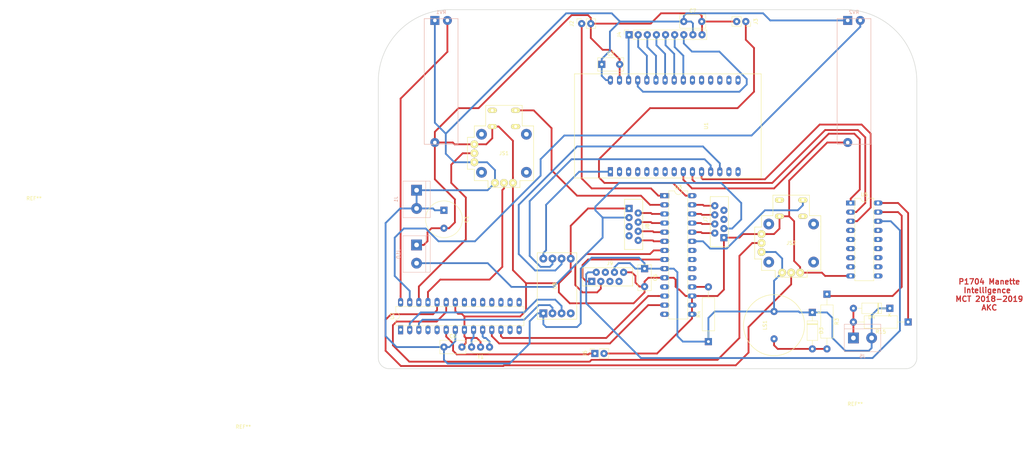
<source format=kicad_pcb>
(kicad_pcb (version 20171130) (host pcbnew "(5.0.2)-1")

  (general
    (thickness 1.6)
    (drawings 9)
    (tracks 488)
    (zones 0)
    (modules 34)
    (nets 106)
  )

  (page A4)
  (layers
    (0 F.Cu signal)
    (31 B.Cu signal)
    (32 B.Adhes user hide)
    (33 F.Adhes user hide)
    (34 B.Paste user)
    (35 F.Paste user hide)
    (36 B.SilkS user)
    (37 F.SilkS user)
    (38 B.Mask user hide)
    (39 F.Mask user hide)
    (40 Dwgs.User user)
    (41 Cmts.User user hide)
    (42 Eco1.User user hide)
    (43 Eco2.User user hide)
    (44 Edge.Cuts user)
    (45 Margin user hide)
    (46 B.CrtYd user)
    (47 F.CrtYd user)
    (48 B.Fab user)
    (49 F.Fab user)
  )

  (setup
    (last_trace_width 0.5)
    (trace_clearance 0.2)
    (zone_clearance 0.508)
    (zone_45_only no)
    (trace_min 0.2)
    (segment_width 0.2)
    (edge_width 0.15)
    (via_size 0.8)
    (via_drill 0.4)
    (via_min_size 0.8)
    (via_min_drill 0.3)
    (uvia_size 0.3)
    (uvia_drill 0.1)
    (uvias_allowed no)
    (uvia_min_size 0.2)
    (uvia_min_drill 0.1)
    (pcb_text_width 0.3)
    (pcb_text_size 1.5 1.5)
    (mod_edge_width 0.15)
    (mod_text_size 1 1)
    (mod_text_width 0.15)
    (pad_size 2 2)
    (pad_drill 0.8)
    (pad_to_mask_clearance 0.2)
    (solder_mask_min_width 0.25)
    (aux_axis_origin 0 0)
    (visible_elements 7FFFFFFF)
    (pcbplotparams
      (layerselection 0x00000_7fffffff)
      (usegerberextensions false)
      (usegerberattributes false)
      (usegerberadvancedattributes false)
      (creategerberjobfile false)
      (excludeedgelayer true)
      (linewidth 0.100000)
      (plotframeref false)
      (viasonmask false)
      (mode 1)
      (useauxorigin false)
      (hpglpennumber 1)
      (hpglpenspeed 20)
      (hpglpendiameter 15.000000)
      (psnegative false)
      (psa4output false)
      (plotreference true)
      (plotvalue true)
      (plotinvisibletext false)
      (padsonsilk false)
      (subtractmaskfromsilk false)
      (outputformat 1)
      (mirror false)
      (drillshape 0)
      (scaleselection 1)
      (outputdirectory "intelligence/"))
  )

  (net 0 "")
  (net 1 GND)
  (net 2 +5V)
  (net 3 +3.3V)
  (net 4 "Net-(D3-Pad2)")
  (net 5 "Net-(D4-Pad2)")
  (net 6 R_Bumper)
  (net 7 L_Bumper)
  (net 8 MOSI)
  (net 9 SCK)
  (net 10 DC)
  (net 11 RESET)
  (net 12 OLEDCS)
  (net 13 SDCS)
  (net 14 MISO)
  (net 15 Calib)
  (net 16 "Net-(JS1-Pad7)")
  (net 17 Left_joystick_button)
  (net 18 "Net-(JS1-Pad10)")
  (net 19 "Net-(JS2-Pad10)")
  (net 20 Right_joystick_button)
  (net 21 "Net-(JS2-Pad7)")
  (net 22 "Net-(R3-Pad1)")
  (net 23 "Net-(R4-Pad2)")
  (net 24 "Net-(R15-Pad1)")
  (net 25 Button_A)
  (net 26 Button_B)
  (net 27 Button_X)
  (net 28 Button_Y)
  (net 29 Button_START)
  (net 30 Button_SELECT)
  (net 31 Button_RIGHT)
  (net 32 Button_UP)
  (net 33 Button_LEFT)
  (net 34 Button_DOWN)
  (net 35 Connected)
  (net 36 Buzzer)
  (net 37 L_trigger)
  (net 38 "Net-(U2-Pad14)")
  (net 39 R_trigger)
  (net 40 "Net-(U2-Pad13)")
  (net 41 L_joystick_analog_y)
  (net 42 SCL)
  (net 43 L_joystick_analog_x)
  (net 44 SDA)
  (net 45 R_joystick_analog_y)
  (net 46 "Net-(U2-Pad10)")
  (net 47 R_joystick_analog_x)
  (net 48 "Net-(U2-Pad9)")
  (net 49 "Net-(U2-Pad21)")
  (net 50 "Net-(U2-Pad20)")
  (net 51 "Net-(U2-Pad19)")
  (net 52 "Net-(U2-Pad5)")
  (net 53 "Net-(U2-Pad18)")
  (net 54 "Net-(U2-Pad4)")
  (net 55 "Net-(U2-Pad17)")
  (net 56 TX_Atmega)
  (net 57 "Net-(U2-Pad16)")
  (net 58 RX_Atmega)
  (net 59 "Net-(U2-Pad15)")
  (net 60 "Net-(U2-Pad1)")
  (net 61 "Net-(U3-Pad19)")
  (net 62 "Net-(U3-Pad20)")
  (net 63 "Net-(U3-Pad11)")
  (net 64 "Net-(U3-Pad14)")
  (net 65 "Net-(U5-Pad10)")
  (net 66 "Net-(U5-Pad11)")
  (net 67 "Net-(U5-Pad12)")
  (net 68 Rumble)
  (net 69 "Net-(U5-Pad13)")
  (net 70 "Net-(U5-Pad5)")
  (net 71 "Net-(U5-Pad14)")
  (net 72 "Net-(U5-Pad6)")
  (net 73 "Net-(U5-Pad7)")
  (net 74 "Net-(U5-Pad8)")
  (net 75 "Net-(U1-Pad2)")
  (net 76 "Net-(U1-Pad3)")
  (net 77 "Net-(U1-Pad4)")
  (net 78 "Net-(U1-Pad5)")
  (net 79 "Net-(U1-Pad6)")
  (net 80 "Net-(U1-Pad19)")
  (net 81 "Net-(U1-Pad21)")
  (net 82 RX_ESP32)
  (net 83 "Net-(U1-Pad20)")
  (net 84 "Net-(U1-Pad18)")
  (net 85 "Net-(U1-Pad17)")
  (net 86 TX_ESP32)
  (net 87 "Net-(U8-Pad4)")
  (net 88 VCC_LED)
  (net 89 "Net-(U5-Pad4)")
  (net 90 "Net-(U5-Pad15)")
  (net 91 "Net-(U3-Pad21)")
  (net 92 "Net-(U3-Pad22)")
  (net 93 Conn_LED_On)
  (net 94 "Net-(J7-Pad7)")
  (net 95 "Net-(J8-Pad7)")
  (net 96 "Net-(J9-Pad4)")
  (net 97 "Net-(J9-Pad5)")
  (net 98 "Net-(J7-Pad5)")
  (net 99 "Net-(J8-Pad5)")
  (net 100 "Net-(J9-Pad7)")
  (net 101 "Net-(U1-Pad7)")
  (net 102 "Net-(U1-Pad8)")
  (net 103 "Net-(U1-Pad14)")
  (net 104 "Net-(U1-Pad15)")
  (net 105 "Net-(U1-Pad16)")

  (net_class Default "Ceci est la Netclass par défaut."
    (clearance 0.2)
    (trace_width 0.5)
    (via_dia 0.8)
    (via_drill 0.4)
    (uvia_dia 0.3)
    (uvia_drill 0.1)
    (add_net +3.3V)
    (add_net +5V)
    (add_net Button_A)
    (add_net Button_B)
    (add_net Button_DOWN)
    (add_net Button_LEFT)
    (add_net Button_RIGHT)
    (add_net Button_SELECT)
    (add_net Button_START)
    (add_net Button_UP)
    (add_net Button_X)
    (add_net Button_Y)
    (add_net Buzzer)
    (add_net Calib)
    (add_net Conn_LED_On)
    (add_net Connected)
    (add_net DC)
    (add_net GND)
    (add_net L_Bumper)
    (add_net L_joystick_analog_x)
    (add_net L_joystick_analog_y)
    (add_net L_trigger)
    (add_net Left_joystick_button)
    (add_net MISO)
    (add_net MOSI)
    (add_net "Net-(D3-Pad2)")
    (add_net "Net-(D4-Pad2)")
    (add_net "Net-(J7-Pad5)")
    (add_net "Net-(J7-Pad7)")
    (add_net "Net-(J8-Pad5)")
    (add_net "Net-(J8-Pad7)")
    (add_net "Net-(J9-Pad4)")
    (add_net "Net-(J9-Pad5)")
    (add_net "Net-(J9-Pad7)")
    (add_net "Net-(JS1-Pad10)")
    (add_net "Net-(JS1-Pad7)")
    (add_net "Net-(JS2-Pad10)")
    (add_net "Net-(JS2-Pad7)")
    (add_net "Net-(R15-Pad1)")
    (add_net "Net-(R3-Pad1)")
    (add_net "Net-(R4-Pad2)")
    (add_net "Net-(U1-Pad14)")
    (add_net "Net-(U1-Pad15)")
    (add_net "Net-(U1-Pad16)")
    (add_net "Net-(U1-Pad17)")
    (add_net "Net-(U1-Pad18)")
    (add_net "Net-(U1-Pad19)")
    (add_net "Net-(U1-Pad2)")
    (add_net "Net-(U1-Pad20)")
    (add_net "Net-(U1-Pad21)")
    (add_net "Net-(U1-Pad3)")
    (add_net "Net-(U1-Pad4)")
    (add_net "Net-(U1-Pad5)")
    (add_net "Net-(U1-Pad6)")
    (add_net "Net-(U1-Pad7)")
    (add_net "Net-(U1-Pad8)")
    (add_net "Net-(U2-Pad1)")
    (add_net "Net-(U2-Pad10)")
    (add_net "Net-(U2-Pad13)")
    (add_net "Net-(U2-Pad14)")
    (add_net "Net-(U2-Pad15)")
    (add_net "Net-(U2-Pad16)")
    (add_net "Net-(U2-Pad17)")
    (add_net "Net-(U2-Pad18)")
    (add_net "Net-(U2-Pad19)")
    (add_net "Net-(U2-Pad20)")
    (add_net "Net-(U2-Pad21)")
    (add_net "Net-(U2-Pad4)")
    (add_net "Net-(U2-Pad5)")
    (add_net "Net-(U2-Pad9)")
    (add_net "Net-(U3-Pad11)")
    (add_net "Net-(U3-Pad14)")
    (add_net "Net-(U3-Pad19)")
    (add_net "Net-(U3-Pad20)")
    (add_net "Net-(U3-Pad21)")
    (add_net "Net-(U3-Pad22)")
    (add_net "Net-(U5-Pad10)")
    (add_net "Net-(U5-Pad11)")
    (add_net "Net-(U5-Pad12)")
    (add_net "Net-(U5-Pad13)")
    (add_net "Net-(U5-Pad14)")
    (add_net "Net-(U5-Pad15)")
    (add_net "Net-(U5-Pad4)")
    (add_net "Net-(U5-Pad5)")
    (add_net "Net-(U5-Pad6)")
    (add_net "Net-(U5-Pad7)")
    (add_net "Net-(U5-Pad8)")
    (add_net "Net-(U8-Pad4)")
    (add_net OLEDCS)
    (add_net RESET)
    (add_net RX_Atmega)
    (add_net RX_ESP32)
    (add_net R_Bumper)
    (add_net R_joystick_analog_x)
    (add_net R_joystick_analog_y)
    (add_net R_trigger)
    (add_net Right_joystick_button)
    (add_net Rumble)
    (add_net SCK)
    (add_net SCL)
    (add_net SDA)
    (add_net SDCS)
    (add_net TX_Atmega)
    (add_net TX_ESP32)
    (add_net VCC_LED)
  )

  (module manette_2019:ESP32 (layer F.Cu) (tedit 5CD95119) (tstamp 5CE14A28)
    (at 80.645 32.385 270)
    (path /5CABDA52)
    (fp_text reference U1 (at 0 -10.668 270) (layer F.SilkS)
      (effects (font (size 1 1) (thickness 0.15)))
    )
    (fp_text value ESP32 (at 0 -12.192 270) (layer F.Fab)
      (effects (font (size 1 1) (thickness 0.15)))
    )
    (fp_line (start -14.5 -26) (end -14.5 26) (layer F.SilkS) (width 0.15))
    (fp_line (start -14.5 -26) (end 14.5 -26) (layer F.SilkS) (width 0.15))
    (fp_line (start 14.5 26) (end 14.5 -26) (layer F.SilkS) (width 0.15))
    (fp_line (start 14.5 26) (end -14.5 26) (layer F.SilkS) (width 0.15))
    (pad 16 thru_hole oval (at -12.75 -19.56 270) (size 2.54 1.4) (drill 0.8) (layers *.Cu *.Mask)
      (net 105 "Net-(U1-Pad16)"))
    (pad 17 thru_hole oval (at -12.75 -17.02 270) (size 2.54 1.4) (drill 0.8) (layers *.Cu *.Mask)
      (net 85 "Net-(U1-Pad17)"))
    (pad 18 thru_hole oval (at -12.75 -14.48 270) (size 2.54 1.4) (drill 0.8) (layers *.Cu *.Mask)
      (net 84 "Net-(U1-Pad18)"))
    (pad 19 thru_hole oval (at -12.75 -11.94 270) (size 2.54 1.4) (drill 0.8) (layers *.Cu *.Mask)
      (net 80 "Net-(U1-Pad19)"))
    (pad 20 thru_hole oval (at -12.75 -9.4 270) (size 2.54 1.4) (drill 0.8) (layers *.Cu *.Mask)
      (net 83 "Net-(U1-Pad20)"))
    (pad 21 thru_hole oval (at -12.75 -6.86 270) (size 2.54 1.4) (drill 0.8) (layers *.Cu *.Mask)
      (net 81 "Net-(U1-Pad21)"))
    (pad 22 thru_hole oval (at -12.75 -4.32 270) (size 2.54 1.4) (drill 0.8) (layers *.Cu *.Mask)
      (net 13 SDCS))
    (pad 23 thru_hole oval (at -12.75 -1.78 270) (size 2.54 1.4) (drill 0.8) (layers *.Cu *.Mask)
      (net 12 OLEDCS))
    (pad 24 thru_hole oval (at -12.75 0.76 270) (size 2.54 1.4) (drill 0.8) (layers *.Cu *.Mask)
      (net 11 RESET))
    (pad 25 thru_hole oval (at -12.75 3.3 270) (size 2.54 1.4) (drill 0.8) (layers *.Cu *.Mask)
      (net 10 DC))
    (pad 26 thru_hole oval (at -12.75 5.84 270) (size 2.54 1.4) (drill 0.8) (layers *.Cu *.Mask)
      (net 9 SCK))
    (pad 27 thru_hole oval (at -12.75 8.38 270) (size 2.54 1.4) (drill 0.8) (layers *.Cu *.Mask)
      (net 14 MISO))
    (pad 28 thru_hole oval (at -12.75 10.92 270) (size 2.54 1.4) (drill 0.8) (layers *.Cu *.Mask)
      (net 8 MOSI))
    (pad 29 thru_hole oval (at -12.75 13.46 270) (size 2.54 1.4) (drill 0.8) (layers *.Cu *.Mask)
      (net 1 GND))
    (pad 30 thru_hole oval (at -12.75 16 270) (size 2.54 1.4) (drill 0.8) (layers *.Cu *.Mask)
      (net 2 +5V))
    (pad 15 thru_hole oval (at 12.75 -19.56 270) (size 2.54 1.4) (drill 0.8) (layers *.Cu *.Mask)
      (net 104 "Net-(U1-Pad15)"))
    (pad 4 thru_hole oval (at 12.75 8.38 270) (size 2.54 1.4) (drill 0.8) (layers *.Cu *.Mask)
      (net 77 "Net-(U1-Pad4)"))
    (pad 10 thru_hole oval (at 12.75 -6.86 270) (size 2.54 1.4) (drill 0.8) (layers *.Cu *.Mask)
      (net 36 Buzzer))
    (pad 6 thru_hole oval (at 12.75 3.3 270) (size 2.54 1.4) (drill 0.8) (layers *.Cu *.Mask)
      (net 79 "Net-(U1-Pad6)"))
    (pad 14 thru_hole oval (at 12.75 -17.02 270) (size 2.54 1.4) (drill 0.8) (layers *.Cu *.Mask)
      (net 103 "Net-(U1-Pad14)"))
    (pad 12 thru_hole oval (at 12.75 -11.94 270) (size 2.54 1.4) (drill 0.8) (layers *.Cu *.Mask)
      (net 82 RX_ESP32))
    (pad 9 thru_hole oval (at 12.75 -4.32 270) (size 2.54 1.4) (drill 0.8) (layers *.Cu *.Mask)
      (net 68 Rumble))
    (pad 5 thru_hole oval (at 12.75 5.84 270) (size 2.54 1.4) (drill 0.8) (layers *.Cu *.Mask)
      (net 78 "Net-(U1-Pad5)"))
    (pad 3 thru_hole oval (at 12.75 10.92 270) (size 2.54 1.4) (drill 0.8) (layers *.Cu *.Mask)
      (net 76 "Net-(U1-Pad3)"))
    (pad 11 thru_hole oval (at 12.75 -9.4 270) (size 2.54 1.4) (drill 0.8) (layers *.Cu *.Mask)
      (net 35 Connected))
    (pad 8 thru_hole oval (at 12.75 -1.78 270) (size 2.54 1.4) (drill 0.8) (layers *.Cu *.Mask)
      (net 102 "Net-(U1-Pad8)"))
    (pad 2 thru_hole oval (at 12.75 13.46 270) (size 2.54 1.4) (drill 0.8) (layers *.Cu *.Mask)
      (net 75 "Net-(U1-Pad2)"))
    (pad 13 thru_hole oval (at 12.75 -14.48 270) (size 2.54 1.4) (drill 0.8) (layers *.Cu *.Mask)
      (net 86 TX_ESP32))
    (pad 1 thru_hole rect (at 12.75 16 270) (size 2.54 1.4) (drill 0.8) (layers *.Cu *.Mask)
      (net 3 +3.3V))
    (pad 7 thru_hole oval (at 12.75 0.76 270) (size 2.54 1.4) (drill 0.8) (layers *.Cu *.Mask)
      (net 101 "Net-(U1-Pad7)"))
  )

  (module MountingHole:MountingHole_3.2mm_M3 (layer F.Cu) (tedit 56D1B4CB) (tstamp 5CE536A5)
    (at -37.592 120.396)
    (descr "Mounting Hole 3.2mm, no annular, M3")
    (tags "mounting hole 3.2mm no annular m3")
    (attr virtual)
    (fp_text reference REF** (at 0 -4.2) (layer F.SilkS)
      (effects (font (size 1 1) (thickness 0.15)))
    )
    (fp_text value MountingHole_3.2mm_M3 (at 0 4.2) (layer F.Fab)
      (effects (font (size 1 1) (thickness 0.15)))
    )
    (fp_circle (center 0 0) (end 3.45 0) (layer F.CrtYd) (width 0.05))
    (fp_circle (center 0 0) (end 3.2 0) (layer Cmts.User) (width 0.15))
    (fp_text user %R (at 0.06096 -0.54356) (layer F.Fab)
      (effects (font (size 1 1) (thickness 0.15)))
    )
    (pad 1 np_thru_hole circle (at 0 0) (size 3.2 3.2) (drill 3.2) (layers *.Cu *.Mask))
  )

  (module Polymanette_2018:Joystick_RSF_2-axis (layer F.Cu) (tedit 5B27CA12) (tstamp 5CD8B9D7)
    (at 115 65 180)
    (path /5C7D49EC)
    (fp_text reference JS2 (at 0 0 180) (layer F.SilkS)
      (effects (font (size 1 1) (thickness 0.15)))
    )
    (fp_text value Joystick_Right (at 0 -10.795 180) (layer F.Fab) hide
      (effects (font (size 1 1) (thickness 0.15)))
    )
    (fp_line (start 4.445 -9.525) (end -4.445 -9.525) (layer F.SilkS) (width 0.15))
    (fp_line (start 4.445 -7.62) (end 4.445 -9.525) (layer F.SilkS) (width 0.15))
    (fp_line (start 8.255 -7.62) (end 4.445 -7.62) (layer F.SilkS) (width 0.15))
    (fp_line (start 8.255 -4.445) (end 8.255 -7.62) (layer F.SilkS) (width 0.15))
    (fp_line (start 10.16 -4.445) (end 8.255 -4.445) (layer F.SilkS) (width 0.15))
    (fp_line (start 10.16 4.445) (end 10.16 -4.445) (layer F.SilkS) (width 0.15))
    (fp_line (start 8.255 4.445) (end 10.16 4.445) (layer F.SilkS) (width 0.15))
    (fp_line (start 8.255 7.62) (end 8.255 4.445) (layer F.SilkS) (width 0.15))
    (fp_line (start 5.08 7.62) (end 8.255 7.62) (layer F.SilkS) (width 0.15))
    (fp_line (start 5.08 13.335) (end 5.08 7.62) (layer F.SilkS) (width 0.15))
    (fp_line (start -5.08 13.335) (end 5.08 13.335) (layer F.SilkS) (width 0.15))
    (fp_line (start -5.08 7.62) (end -5.08 13.335) (layer F.SilkS) (width 0.15))
    (fp_line (start -8.255 7.62) (end -5.08 7.62) (layer F.SilkS) (width 0.15))
    (fp_line (start -8.255 -7.62) (end -8.255 7.62) (layer F.SilkS) (width 0.15))
    (fp_line (start -4.445 -7.62) (end -8.255 -7.62) (layer F.SilkS) (width 0.15))
    (fp_line (start -4.445 -9.525) (end -4.445 -7.62) (layer F.SilkS) (width 0.15))
    (pad 7 thru_hole oval (at 3.25 11.95 180) (size 2.54 1.4) (drill 0.8) (layers *.Cu *.Mask F.SilkS)
      (net 21 "Net-(JS2-Pad7)"))
    (pad 8 thru_hole oval (at -3.25 11.95 180) (size 2.54 1.4) (drill 0.8) (layers *.Cu *.Mask F.SilkS)
      (net 20 Right_joystick_button))
    (pad 10 thru_hole oval (at -3.25 7.45 180) (size 2.54 1.4) (drill 0.8) (layers *.Cu *.Mask F.SilkS)
      (net 19 "Net-(JS2-Pad10)"))
    (pad 9 thru_hole oval (at 3.25 7.45 180) (size 2.54 1.4) (drill 0.8) (layers *.Cu *.Mask F.SilkS)
      (net 1 GND))
    (pad "" np_thru_hole circle (at -6.25 5.3 180) (size 3 3) (drill 1.3) (layers *.Cu *.Mask))
    (pad "" np_thru_hole circle (at -6.25 -5.3 180) (size 3 3) (drill 1.3) (layers *.Cu *.Mask))
    (pad "" np_thru_hole circle (at 6.25 -5.3 180) (size 3 3) (drill 1.3) (layers *.Cu *.Mask))
    (pad "" np_thru_hole circle (at 6.25 5.3 180) (size 3 3) (drill 1.3) (layers *.Cu *.Mask))
    (pad 6 thru_hole circle (at -2.5 -8.25 180) (size 2.2 2.2) (drill 0.9) (layers *.Cu *.Mask F.SilkS)
      (net 1 GND))
    (pad 4 thru_hole circle (at 2.5 -8.25 180) (size 2.2 2.2) (drill 0.9) (layers *.Cu *.Mask F.SilkS)
      (net 2 +5V))
    (pad 5 thru_hole circle (at 0 -8.25 180) (size 2.2 2.2) (drill 0.9) (layers *.Cu *.Mask F.SilkS)
      (net 45 R_joystick_analog_y))
    (pad 1 thru_hole circle (at 8.25 -2.5 180) (size 2.2 2.2) (drill 0.9) (layers *.Cu *.Mask F.SilkS)
      (net 2 +5V))
    (pad 2 thru_hole circle (at 8.25 0 180) (size 2.2 2.2) (drill 0.9) (layers *.Cu *.Mask F.SilkS)
      (net 47 R_joystick_analog_x))
    (pad 3 thru_hole circle (at 8.25 2.5 180) (size 2.2 2.2) (drill 0.9) (layers *.Cu *.Mask F.SilkS)
      (net 1 GND))
  )

  (module Polymanette_2018:Joystick_RSF_2-axis (layer F.Cu) (tedit 5B27CA12) (tstamp 5CD8B9B5)
    (at 35 40 180)
    (path /5C7D4903)
    (fp_text reference JS1 (at 0 0 180) (layer F.SilkS)
      (effects (font (size 1 1) (thickness 0.15)))
    )
    (fp_text value Joystick_Left (at 0 -10.795 180) (layer F.Fab) hide
      (effects (font (size 1 1) (thickness 0.15)))
    )
    (fp_line (start -4.445 -9.525) (end -4.445 -7.62) (layer F.SilkS) (width 0.15))
    (fp_line (start -4.445 -7.62) (end -8.255 -7.62) (layer F.SilkS) (width 0.15))
    (fp_line (start -8.255 -7.62) (end -8.255 7.62) (layer F.SilkS) (width 0.15))
    (fp_line (start -8.255 7.62) (end -5.08 7.62) (layer F.SilkS) (width 0.15))
    (fp_line (start -5.08 7.62) (end -5.08 13.335) (layer F.SilkS) (width 0.15))
    (fp_line (start -5.08 13.335) (end 5.08 13.335) (layer F.SilkS) (width 0.15))
    (fp_line (start 5.08 13.335) (end 5.08 7.62) (layer F.SilkS) (width 0.15))
    (fp_line (start 5.08 7.62) (end 8.255 7.62) (layer F.SilkS) (width 0.15))
    (fp_line (start 8.255 7.62) (end 8.255 4.445) (layer F.SilkS) (width 0.15))
    (fp_line (start 8.255 4.445) (end 10.16 4.445) (layer F.SilkS) (width 0.15))
    (fp_line (start 10.16 4.445) (end 10.16 -4.445) (layer F.SilkS) (width 0.15))
    (fp_line (start 10.16 -4.445) (end 8.255 -4.445) (layer F.SilkS) (width 0.15))
    (fp_line (start 8.255 -4.445) (end 8.255 -7.62) (layer F.SilkS) (width 0.15))
    (fp_line (start 8.255 -7.62) (end 4.445 -7.62) (layer F.SilkS) (width 0.15))
    (fp_line (start 4.445 -7.62) (end 4.445 -9.525) (layer F.SilkS) (width 0.15))
    (fp_line (start 4.445 -9.525) (end -4.445 -9.525) (layer F.SilkS) (width 0.15))
    (pad 3 thru_hole circle (at 8.25 2.5 180) (size 2.2 2.2) (drill 0.9) (layers *.Cu *.Mask F.SilkS)
      (net 1 GND))
    (pad 2 thru_hole circle (at 8.25 0 180) (size 2.2 2.2) (drill 0.9) (layers *.Cu *.Mask F.SilkS)
      (net 43 L_joystick_analog_x))
    (pad 1 thru_hole circle (at 8.25 -2.5 180) (size 2.2 2.2) (drill 0.9) (layers *.Cu *.Mask F.SilkS)
      (net 2 +5V))
    (pad 5 thru_hole circle (at 0 -8.25 180) (size 2.2 2.2) (drill 0.9) (layers *.Cu *.Mask F.SilkS)
      (net 41 L_joystick_analog_y))
    (pad 4 thru_hole circle (at 2.5 -8.25 180) (size 2.2 2.2) (drill 0.9) (layers *.Cu *.Mask F.SilkS)
      (net 2 +5V))
    (pad 6 thru_hole circle (at -2.5 -8.25 180) (size 2.2 2.2) (drill 0.9) (layers *.Cu *.Mask F.SilkS)
      (net 1 GND))
    (pad "" np_thru_hole circle (at 6.25 5.3 180) (size 3 3) (drill 1.3) (layers *.Cu *.Mask))
    (pad "" np_thru_hole circle (at 6.25 -5.3 180) (size 3 3) (drill 1.3) (layers *.Cu *.Mask))
    (pad "" np_thru_hole circle (at -6.25 -5.3 180) (size 3 3) (drill 1.3) (layers *.Cu *.Mask))
    (pad "" np_thru_hole circle (at -6.25 5.3 180) (size 3 3) (drill 1.3) (layers *.Cu *.Mask))
    (pad 9 thru_hole oval (at 3.25 7.45 180) (size 2.54 1.4) (drill 0.8) (layers *.Cu *.Mask F.SilkS)
      (net 1 GND))
    (pad 10 thru_hole oval (at -3.25 7.45 180) (size 2.54 1.4) (drill 0.8) (layers *.Cu *.Mask F.SilkS)
      (net 18 "Net-(JS1-Pad10)"))
    (pad 8 thru_hole oval (at -3.25 11.95 180) (size 2.54 1.4) (drill 0.8) (layers *.Cu *.Mask F.SilkS)
      (net 17 Left_joystick_button))
    (pad 7 thru_hole oval (at 3.25 11.95 180) (size 2.54 1.4) (drill 0.8) (layers *.Cu *.Mask F.SilkS)
      (net 16 "Net-(JS1-Pad7)"))
  )

  (module Package_DIP:DIP-28_W7.62mm (layer F.Cu) (tedit 5CD97A1B) (tstamp 5CE18CBD)
    (at 79.756 51.816)
    (descr "28-lead though-hole mounted DIP package, row spacing 7.62 mm (300 mils)")
    (tags "THT DIP DIL PDIP 2.54mm 7.62mm 300mil")
    (path /5C80D464)
    (fp_text reference U3 (at 3.81 -2.33) (layer F.SilkS)
      (effects (font (size 1 1) (thickness 0.15)))
    )
    (fp_text value MCP23017 (at 3.81 35.35) (layer F.Fab)
      (effects (font (size 1 1) (thickness 0.15)))
    )
    (fp_arc (start 3.81 -1.33) (end 2.81 -1.33) (angle -180) (layer F.SilkS) (width 0.12))
    (fp_line (start 1.635 -1.27) (end 6.985 -1.27) (layer F.Fab) (width 0.1))
    (fp_line (start 6.985 -1.27) (end 6.985 34.29) (layer F.Fab) (width 0.1))
    (fp_line (start 6.985 34.29) (end 0.635 34.29) (layer F.Fab) (width 0.1))
    (fp_line (start 0.635 34.29) (end 0.635 -0.27) (layer F.Fab) (width 0.1))
    (fp_line (start 0.635 -0.27) (end 1.635 -1.27) (layer F.Fab) (width 0.1))
    (fp_line (start 2.81 -1.33) (end 1.16 -1.33) (layer F.SilkS) (width 0.12))
    (fp_line (start 1.16 -1.33) (end 1.16 34.35) (layer F.SilkS) (width 0.12))
    (fp_line (start 1.16 34.35) (end 6.46 34.35) (layer F.SilkS) (width 0.12))
    (fp_line (start 6.46 34.35) (end 6.46 -1.33) (layer F.SilkS) (width 0.12))
    (fp_line (start 6.46 -1.33) (end 4.81 -1.33) (layer F.SilkS) (width 0.12))
    (fp_line (start -1.1 -1.55) (end -1.1 34.55) (layer F.CrtYd) (width 0.05))
    (fp_line (start -1.1 34.55) (end 8.7 34.55) (layer F.CrtYd) (width 0.05))
    (fp_line (start 8.7 34.55) (end 8.7 -1.55) (layer F.CrtYd) (width 0.05))
    (fp_line (start 8.7 -1.55) (end -1.1 -1.55) (layer F.CrtYd) (width 0.05))
    (fp_text user %R (at 3.81 16.51) (layer F.Fab)
      (effects (font (size 1 1) (thickness 0.15)))
    )
    (pad 1 thru_hole rect (at 0 0) (size 2.54 1.4) (drill 0.8) (layers *.Cu *.Mask)
      (net 7 L_Bumper))
    (pad 15 thru_hole oval (at 7.62 33.02) (size 2.54 1.4) (drill 0.8) (layers *.Cu *.Mask)
      (net 1 GND))
    (pad 2 thru_hole oval (at 0 2.54) (size 2.54 1.4) (drill 0.8) (layers *.Cu *.Mask)
      (net 17 Left_joystick_button))
    (pad 16 thru_hole oval (at 7.62 30.48) (size 2.54 1.4) (drill 0.8) (layers *.Cu *.Mask)
      (net 1 GND))
    (pad 3 thru_hole oval (at 0 5.08) (size 2.54 1.4) (drill 0.8) (layers *.Cu *.Mask)
      (net 32 Button_UP))
    (pad 17 thru_hole oval (at 7.62 27.94) (size 2.54 1.4) (drill 0.8) (layers *.Cu *.Mask)
      (net 1 GND))
    (pad 4 thru_hole oval (at 0 7.62) (size 2.54 1.4) (drill 0.8) (layers *.Cu *.Mask)
      (net 31 Button_RIGHT))
    (pad 18 thru_hole oval (at 7.62 25.4) (size 2.54 1.4) (drill 0.8) (layers *.Cu *.Mask)
      (net 23 "Net-(R4-Pad2)"))
    (pad 5 thru_hole oval (at 0 10.16) (size 2.54 1.4) (drill 0.8) (layers *.Cu *.Mask)
      (net 34 Button_DOWN))
    (pad 19 thru_hole oval (at 7.62 22.86) (size 2.54 1.4) (drill 0.8) (layers *.Cu *.Mask)
      (net 61 "Net-(U3-Pad19)"))
    (pad 6 thru_hole oval (at 0 12.7) (size 2.54 1.4) (drill 0.8) (layers *.Cu *.Mask)
      (net 33 Button_LEFT))
    (pad 20 thru_hole oval (at 7.62 20.32) (size 2.54 1.4) (drill 0.8) (layers *.Cu *.Mask)
      (net 62 "Net-(U3-Pad20)"))
    (pad 7 thru_hole oval (at 0 15.24) (size 2.54 1.4) (drill 0.8) (layers *.Cu *.Mask)
      (net 29 Button_START))
    (pad 21 thru_hole oval (at 7.62 17.78) (size 2.54 1.4) (drill 0.8) (layers *.Cu *.Mask)
      (net 91 "Net-(U3-Pad21)"))
    (pad 8 thru_hole oval (at 0 17.78) (size 2.54 1.4) (drill 0.8) (layers *.Cu *.Mask)
      (net 30 Button_SELECT))
    (pad 22 thru_hole oval (at 7.62 15.24) (size 2.54 1.4) (drill 0.8) (layers *.Cu *.Mask)
      (net 92 "Net-(U3-Pad22)"))
    (pad 9 thru_hole oval (at 0 20.32) (size 2.54 1.4) (drill 0.8) (layers *.Cu *.Mask)
      (net 2 +5V))
    (pad 23 thru_hole oval (at 7.62 12.7) (size 2.54 1.4) (drill 0.8) (layers *.Cu *.Mask)
      (net 20 Right_joystick_button))
    (pad 10 thru_hole oval (at 0 22.86) (size 2.54 1.4) (drill 0.8) (layers *.Cu *.Mask)
      (net 1 GND))
    (pad 24 thru_hole oval (at 7.62 10.16) (size 2.54 1.4) (drill 0.8) (layers *.Cu *.Mask)
      (net 25 Button_A))
    (pad 11 thru_hole oval (at 0 25.4) (size 2.54 1.4) (drill 0.8) (layers *.Cu *.Mask)
      (net 63 "Net-(U3-Pad11)"))
    (pad 25 thru_hole oval (at 7.62 7.62) (size 2.54 1.4) (drill 0.8) (layers *.Cu *.Mask)
      (net 27 Button_X))
    (pad 12 thru_hole oval (at 0 27.94) (size 2.54 1.4) (drill 0.8) (layers *.Cu *.Mask)
      (net 42 SCL))
    (pad 26 thru_hole oval (at 7.62 5.08) (size 2.54 1.4) (drill 0.8) (layers *.Cu *.Mask)
      (net 28 Button_Y))
    (pad 13 thru_hole oval (at 0 30.48) (size 2.54 1.4) (drill 0.8) (layers *.Cu *.Mask)
      (net 44 SDA))
    (pad 27 thru_hole oval (at 7.62 2.54) (size 2.54 1.4) (drill 0.8) (layers *.Cu *.Mask)
      (net 26 Button_B))
    (pad 14 thru_hole oval (at 0 33.02) (size 2.54 1.4) (drill 0.8) (layers *.Cu *.Mask)
      (net 64 "Net-(U3-Pad14)"))
    (pad 28 thru_hole oval (at 7.62 0) (size 2.54 1.4) (drill 0.8) (layers *.Cu *.Mask)
      (net 6 R_Bumper))
    (model ${KISYS3DMOD}/Package_DIP.3dshapes/DIP-28_W7.62mm.wrl
      (at (xyz 0 0 0))
      (scale (xyz 1 1 1))
      (rotate (xyz 0 0 0))
    )
  )

  (module Connector_PinSocket_2.54mm:PinSocket_1x09_P2.54mm_Vertical (layer F.Cu) (tedit 5CD95017) (tstamp 5CE14A8E)
    (at 69.85 6.985 90)
    (descr "Through hole straight socket strip, 1x09, 2.54mm pitch, single row (from Kicad 4.0.7), script generated")
    (tags "Through hole socket strip THT 1x09 2.54mm single row")
    (path /5CD4740A)
    (fp_text reference J4 (at 0 -2.77 90) (layer F.SilkS)
      (effects (font (size 1 1) (thickness 0.15)))
    )
    (fp_text value OLED_Display (at 0 23.09 90) (layer F.Fab)
      (effects (font (size 1 1) (thickness 0.15)))
    )
    (fp_line (start -1.27 -1.27) (end 0.635 -1.27) (layer F.Fab) (width 0.1))
    (fp_line (start 0.635 -1.27) (end 1.27 -0.635) (layer F.Fab) (width 0.1))
    (fp_line (start 1.27 -0.635) (end 1.27 21.59) (layer F.Fab) (width 0.1))
    (fp_line (start 1.27 21.59) (end -1.27 21.59) (layer F.Fab) (width 0.1))
    (fp_line (start -1.27 21.59) (end -1.27 -1.27) (layer F.Fab) (width 0.1))
    (fp_line (start -1.33 1.27) (end 1.33 1.27) (layer F.SilkS) (width 0.12))
    (fp_line (start -1.33 1.27) (end -1.33 21.65) (layer F.SilkS) (width 0.12))
    (fp_line (start -1.33 21.65) (end 1.33 21.65) (layer F.SilkS) (width 0.12))
    (fp_line (start 1.33 1.27) (end 1.33 21.65) (layer F.SilkS) (width 0.12))
    (fp_line (start 1.33 -1.33) (end 1.33 0) (layer F.SilkS) (width 0.12))
    (fp_line (start 0 -1.33) (end 1.33 -1.33) (layer F.SilkS) (width 0.12))
    (fp_line (start -1.8 -1.8) (end 1.75 -1.8) (layer F.CrtYd) (width 0.05))
    (fp_line (start 1.75 -1.8) (end 1.75 22.1) (layer F.CrtYd) (width 0.05))
    (fp_line (start 1.75 22.1) (end -1.8 22.1) (layer F.CrtYd) (width 0.05))
    (fp_line (start -1.8 22.1) (end -1.8 -1.8) (layer F.CrtYd) (width 0.05))
    (fp_text user %R (at 0 10.16 180) (layer F.Fab)
      (effects (font (size 1 1) (thickness 0.15)))
    )
    (pad 1 thru_hole rect (at 0 0 90) (size 2 2) (drill 0.8) (layers *.Cu *.Mask)
      (net 8 MOSI))
    (pad 2 thru_hole oval (at 0 2.54 90) (size 2 2) (drill 0.8) (layers *.Cu *.Mask)
      (net 9 SCK))
    (pad 3 thru_hole oval (at 0 5.08 90) (size 2 2) (drill 0.8) (layers *.Cu *.Mask)
      (net 10 DC))
    (pad 4 thru_hole oval (at 0 7.62 90) (size 2 2) (drill 0.8) (layers *.Cu *.Mask)
      (net 11 RESET))
    (pad 5 thru_hole oval (at 0 10.16 90) (size 2 2) (drill 0.8) (layers *.Cu *.Mask)
      (net 12 OLEDCS))
    (pad 6 thru_hole oval (at 0 12.7 90) (size 2 2) (drill 0.8) (layers *.Cu *.Mask)
      (net 13 SDCS))
    (pad 7 thru_hole oval (at 0 15.24 90) (size 2 2) (drill 0.8) (layers *.Cu *.Mask)
      (net 14 MISO))
    (pad 8 thru_hole oval (at 0 17.78 90) (size 2 2) (drill 0.8) (layers *.Cu *.Mask)
      (net 2 +5V))
    (pad 9 thru_hole oval (at 0 20.32 90) (size 2 2) (drill 0.8) (layers *.Cu *.Mask)
      (net 1 GND))
    (model ${KISYS3DMOD}/Connector_PinSocket_2.54mm.3dshapes/PinSocket_1x09_P2.54mm_Vertical.wrl
      (at (xyz 0 0 0))
      (scale (xyz 1 1 1))
      (rotate (xyz 0 0 0))
    )
  )

  (module Capacitor_THT:C_Rect_L7.0mm_W3.5mm_P5.00mm (layer F.Cu) (tedit 5CD97ADC) (tstamp 5CE17E29)
    (at 74.168 72.136 270)
    (descr "C, Rect series, Radial, pin pitch=5.00mm, , length*width=7*3.5mm^2, Capacitor")
    (tags "C Rect series Radial pin pitch 5.00mm  length 7mm width 3.5mm Capacitor")
    (path /5CC5B24F)
    (fp_text reference C5 (at 2.5 -3 270) (layer F.SilkS)
      (effects (font (size 1 1) (thickness 0.15)))
    )
    (fp_text value C (at 2.5 3 270) (layer F.Fab)
      (effects (font (size 1 1) (thickness 0.15)))
    )
    (fp_line (start -1 -1.75) (end -1 1.75) (layer F.Fab) (width 0.1))
    (fp_line (start -1 1.75) (end 6 1.75) (layer F.Fab) (width 0.1))
    (fp_line (start 6 1.75) (end 6 -1.75) (layer F.Fab) (width 0.1))
    (fp_line (start 6 -1.75) (end -1 -1.75) (layer F.Fab) (width 0.1))
    (fp_line (start -1.12 -1.87) (end 6.12 -1.87) (layer F.SilkS) (width 0.12))
    (fp_line (start -1.12 1.87) (end 6.12 1.87) (layer F.SilkS) (width 0.12))
    (fp_line (start -1.12 -1.87) (end -1.12 1.87) (layer F.SilkS) (width 0.12))
    (fp_line (start 6.12 -1.87) (end 6.12 1.87) (layer F.SilkS) (width 0.12))
    (fp_line (start -1.25 -2) (end -1.25 2) (layer F.CrtYd) (width 0.05))
    (fp_line (start -1.25 2) (end 6.25 2) (layer F.CrtYd) (width 0.05))
    (fp_line (start 6.25 2) (end 6.25 -2) (layer F.CrtYd) (width 0.05))
    (fp_line (start 6.25 -2) (end -1.25 -2) (layer F.CrtYd) (width 0.05))
    (fp_text user %R (at 2.5 0 270) (layer F.Fab)
      (effects (font (size 1 1) (thickness 0.15)))
    )
    (pad 1 thru_hole rect (at 0 0 270) (size 2 2) (drill 0.8) (layers *.Cu *.Mask)
      (net 2 +5V))
    (pad 2 thru_hole oval (at 5 0 270) (size 2 2) (drill 0.8) (layers *.Cu *.Mask)
      (net 1 GND))
    (model ${KISYS3DMOD}/Capacitor_THT.3dshapes/C_Rect_L7.0mm_W3.5mm_P5.00mm.wrl
      (at (xyz 0 0 0))
      (scale (xyz 1 1 1))
      (rotate (xyz 0 0 0))
    )
  )

  (module Capacitor_THT:C_Radial_D10.0mm_H20.0mm_P5.00mm (layer F.Cu) (tedit 5CD94CFC) (tstamp 5CE19058)
    (at 18.288 55.88 270)
    (descr "C, Radial series, Radial, pin pitch=5.00mm, diameter=10mm, height=20mm, Non-Polar Electrolytic Capacitor")
    (tags "C Radial series Radial pin pitch 5.00mm diameter 10mm height 20mm Non-Polar Electrolytic Capacitor")
    (path /5CCF4611)
    (fp_text reference C1 (at 2.5 -6.25 270) (layer F.SilkS)
      (effects (font (size 1 1) (thickness 0.15)))
    )
    (fp_text value C (at 2.5 6.25 270) (layer F.Fab)
      (effects (font (size 1 1) (thickness 0.15)))
    )
    (fp_circle (center 2.5 0) (end 7.5 0) (layer F.Fab) (width 0.1))
    (fp_circle (center 2.5 0) (end 7.62 0) (layer F.SilkS) (width 0.12))
    (fp_circle (center 2.5 0) (end 7.75 0) (layer F.CrtYd) (width 0.05))
    (fp_text user %R (at 2.5 0 270) (layer F.Fab)
      (effects (font (size 1 1) (thickness 0.15)))
    )
    (pad 1 thru_hole rect (at 0 0 270) (size 2 2) (drill 0.8) (layers *.Cu *.Mask)
      (net 2 +5V))
    (pad 2 thru_hole circle (at 5 0 270) (size 2 2) (drill 0.8) (layers *.Cu *.Mask)
      (net 1 GND))
    (model ${KISYS3DMOD}/Capacitor_THT.3dshapes/C_Radial_D10.0mm_H20.0mm_P5.00mm.wrl
      (at (xyz 0 0 0))
      (scale (xyz 1 1 1))
      (rotate (xyz 0 0 0))
    )
  )

  (module Capacitor_THT:C_Rect_L7.0mm_W3.5mm_P5.00mm (layer F.Cu) (tedit 5CD94F45) (tstamp 5CE19487)
    (at 18.288 93.98)
    (descr "C, Rect series, Radial, pin pitch=5.00mm, , length*width=7*3.5mm^2, Capacitor")
    (tags "C Rect series Radial pin pitch 5.00mm  length 7mm width 3.5mm Capacitor")
    (path /5CCA67BF)
    (fp_text reference C6 (at 2.5 -3) (layer F.SilkS)
      (effects (font (size 1 1) (thickness 0.15)))
    )
    (fp_text value C (at 2.5 3) (layer F.Fab)
      (effects (font (size 1 1) (thickness 0.15)))
    )
    (fp_line (start -1 -1.75) (end -1 1.75) (layer F.Fab) (width 0.1))
    (fp_line (start -1 1.75) (end 6 1.75) (layer F.Fab) (width 0.1))
    (fp_line (start 6 1.75) (end 6 -1.75) (layer F.Fab) (width 0.1))
    (fp_line (start 6 -1.75) (end -1 -1.75) (layer F.Fab) (width 0.1))
    (fp_line (start -1.12 -1.87) (end 6.12 -1.87) (layer F.SilkS) (width 0.12))
    (fp_line (start -1.12 1.87) (end 6.12 1.87) (layer F.SilkS) (width 0.12))
    (fp_line (start -1.12 -1.87) (end -1.12 1.87) (layer F.SilkS) (width 0.12))
    (fp_line (start 6.12 -1.87) (end 6.12 1.87) (layer F.SilkS) (width 0.12))
    (fp_line (start -1.25 -2) (end -1.25 2) (layer F.CrtYd) (width 0.05))
    (fp_line (start -1.25 2) (end 6.25 2) (layer F.CrtYd) (width 0.05))
    (fp_line (start 6.25 2) (end 6.25 -2) (layer F.CrtYd) (width 0.05))
    (fp_line (start 6.25 -2) (end -1.25 -2) (layer F.CrtYd) (width 0.05))
    (fp_text user %R (at 2.546614 -0.079171) (layer F.Fab)
      (effects (font (size 1 1) (thickness 0.15)))
    )
    (pad 1 thru_hole circle (at 0 0) (size 2 2) (drill 0.8) (layers *.Cu *.Mask)
      (net 2 +5V))
    (pad 2 thru_hole circle (at 5 0) (size 2 2) (drill 0.8) (layers *.Cu *.Mask)
      (net 1 GND))
    (model ${KISYS3DMOD}/Capacitor_THT.3dshapes/C_Rect_L7.0mm_W3.5mm_P5.00mm.wrl
      (at (xyz 0 0 0))
      (scale (xyz 1 1 1))
      (rotate (xyz 0 0 0))
    )
  )

  (module MountingHole:MountingHole_3.2mm_M3 (layer F.Cu) (tedit 56D1B4CB) (tstamp 5CE536A6)
    (at 132.842 114.046)
    (descr "Mounting Hole 3.2mm, no annular, M3")
    (tags "mounting hole 3.2mm no annular m3")
    (attr virtual)
    (fp_text reference REF** (at 0 -4.2) (layer F.SilkS)
      (effects (font (size 1 1) (thickness 0.15)))
    )
    (fp_text value MountingHole_3.2mm_M3 (at 0 4.2) (layer F.Fab)
      (effects (font (size 1 1) (thickness 0.15)))
    )
    (fp_text user %R (at 0.3 0) (layer F.Fab)
      (effects (font (size 1 1) (thickness 0.15)))
    )
    (fp_circle (center 0 0) (end 3.2 0) (layer Cmts.User) (width 0.15))
    (fp_circle (center 0 0) (end 3.45 0) (layer F.CrtYd) (width 0.05))
    (pad 1 np_thru_hole circle (at 0 0) (size 3.2 3.2) (drill 3.2) (layers *.Cu *.Mask))
  )

  (module MountingHole:MountingHole_3.2mm_M3 (layer F.Cu) (tedit 56D1B4CB) (tstamp 5CE536A6)
    (at -95.885 56.7817)
    (descr "Mounting Hole 3.2mm, no annular, M3")
    (tags "mounting hole 3.2mm no annular m3")
    (attr virtual)
    (fp_text reference REF** (at 0 -4.2) (layer F.SilkS)
      (effects (font (size 1 1) (thickness 0.15)))
    )
    (fp_text value MountingHole_3.2mm_M3 (at 0 4.2) (layer F.Fab)
      (effects (font (size 1 1) (thickness 0.15)))
    )
    (fp_circle (center 0 0) (end 3.45 0) (layer F.CrtYd) (width 0.05))
    (fp_circle (center 0 0) (end 3.2 0) (layer Cmts.User) (width 0.15))
    (fp_text user %R (at 0.3 0) (layer F.Fab)
      (effects (font (size 1 1) (thickness 0.15)))
    )
    (pad 1 np_thru_hole circle (at 0 0) (size 3.2 3.2) (drill 3.2) (layers *.Cu *.Mask))
  )

  (module Capacitor_THT:C_Rect_L7.0mm_W3.5mm_P5.00mm (layer F.Cu) (tedit 5CD97AD2) (tstamp 5CE14AD8)
    (at 62.23 15.24)
    (descr "C, Rect series, Radial, pin pitch=5.00mm, , length*width=7*3.5mm^2, Capacitor")
    (tags "C Rect series Radial pin pitch 5.00mm  length 7mm width 3.5mm Capacitor")
    (path /5CB980CB)
    (fp_text reference C2 (at 2.5 -3) (layer F.SilkS)
      (effects (font (size 1 1) (thickness 0.15)))
    )
    (fp_text value C (at 2.5 3) (layer F.Fab)
      (effects (font (size 1 1) (thickness 0.15)))
    )
    (fp_line (start -1 -1.75) (end -1 1.75) (layer F.Fab) (width 0.1))
    (fp_line (start -1 1.75) (end 6 1.75) (layer F.Fab) (width 0.1))
    (fp_line (start 6 1.75) (end 6 -1.75) (layer F.Fab) (width 0.1))
    (fp_line (start 6 -1.75) (end -1 -1.75) (layer F.Fab) (width 0.1))
    (fp_line (start -1.12 -1.87) (end 6.12 -1.87) (layer F.SilkS) (width 0.12))
    (fp_line (start -1.12 1.87) (end 6.12 1.87) (layer F.SilkS) (width 0.12))
    (fp_line (start -1.12 -1.87) (end -1.12 1.87) (layer F.SilkS) (width 0.12))
    (fp_line (start 6.12 -1.87) (end 6.12 1.87) (layer F.SilkS) (width 0.12))
    (fp_line (start -1.25 -2) (end -1.25 2) (layer F.CrtYd) (width 0.05))
    (fp_line (start -1.25 2) (end 6.25 2) (layer F.CrtYd) (width 0.05))
    (fp_line (start 6.25 2) (end 6.25 -2) (layer F.CrtYd) (width 0.05))
    (fp_line (start 6.25 -2) (end -1.25 -2) (layer F.CrtYd) (width 0.05))
    (fp_text user %R (at 2.54 0) (layer F.Fab)
      (effects (font (size 1 1) (thickness 0.15)))
    )
    (pad 1 thru_hole rect (at 0 0) (size 2 2) (drill 0.8) (layers *.Cu *.Mask)
      (net 2 +5V))
    (pad 2 thru_hole circle (at 5 0) (size 2 2) (drill 0.8) (layers *.Cu *.Mask)
      (net 1 GND))
    (model ${KISYS3DMOD}/Capacitor_THT.3dshapes/C_Rect_L7.0mm_W3.5mm_P5.00mm.wrl
      (at (xyz 0 0 0))
      (scale (xyz 1 1 1))
      (rotate (xyz 0 0 0))
    )
  )

  (module Capacitor_THT:C_Rect_L7.0mm_W3.5mm_P5.00mm (layer F.Cu) (tedit 5AE50EF0) (tstamp 5CD8B7B0)
    (at 85.09 3.302)
    (descr "C, Rect series, Radial, pin pitch=5.00mm, , length*width=7*3.5mm^2, Capacitor")
    (tags "C Rect series Radial pin pitch 5.00mm  length 7mm width 3.5mm Capacitor")
    (path /5CCE01FA)
    (fp_text reference C7 (at 2.5 -3) (layer F.SilkS)
      (effects (font (size 1 1) (thickness 0.15)))
    )
    (fp_text value C (at 2.5 3) (layer F.Fab)
      (effects (font (size 1 1) (thickness 0.15)))
    )
    (fp_text user %R (at 2.5 0) (layer F.Fab)
      (effects (font (size 1 1) (thickness 0.15)))
    )
    (fp_line (start 6.25 -2) (end -1.25 -2) (layer F.CrtYd) (width 0.05))
    (fp_line (start 6.25 2) (end 6.25 -2) (layer F.CrtYd) (width 0.05))
    (fp_line (start -1.25 2) (end 6.25 2) (layer F.CrtYd) (width 0.05))
    (fp_line (start -1.25 -2) (end -1.25 2) (layer F.CrtYd) (width 0.05))
    (fp_line (start 6.12 -1.87) (end 6.12 1.87) (layer F.SilkS) (width 0.12))
    (fp_line (start -1.12 -1.87) (end -1.12 1.87) (layer F.SilkS) (width 0.12))
    (fp_line (start -1.12 1.87) (end 6.12 1.87) (layer F.SilkS) (width 0.12))
    (fp_line (start -1.12 -1.87) (end 6.12 -1.87) (layer F.SilkS) (width 0.12))
    (fp_line (start 6 -1.75) (end -1 -1.75) (layer F.Fab) (width 0.1))
    (fp_line (start 6 1.75) (end 6 -1.75) (layer F.Fab) (width 0.1))
    (fp_line (start -1 1.75) (end 6 1.75) (layer F.Fab) (width 0.1))
    (fp_line (start -1 -1.75) (end -1 1.75) (layer F.Fab) (width 0.1))
    (pad 2 thru_hole oval (at 5 0) (size 2 2) (drill 0.8) (layers *.Cu *.Mask)
      (net 1 GND))
    (pad 1 thru_hole oval (at 0 0) (size 2 2) (drill 0.8) (layers *.Cu *.Mask)
      (net 2 +5V))
    (model ${KISYS3DMOD}/Capacitor_THT.3dshapes/C_Rect_L7.0mm_W3.5mm_P5.00mm.wrl
      (at (xyz 0 0 0))
      (scale (xyz 1 1 1))
      (rotate (xyz 0 0 0))
    )
  )

  (module Diode_THT:D_A-405_P10.16mm_Horizontal (layer F.Cu) (tedit 5CD97A73) (tstamp 5CD8B7CF)
    (at 120.904 84.328 270)
    (descr "Diode, A-405 series, Axial, Horizontal, pin pitch=10.16mm, , length*diameter=5.2*2.7mm^2, , http://www.diodes.com/_files/packages/A-405.pdf")
    (tags "Diode A-405 series Axial Horizontal pin pitch 10.16mm  length 5.2mm diameter 2.7mm")
    (path /5C878C9C)
    (fp_text reference D3 (at 5.08 -2.47 270) (layer F.SilkS)
      (effects (font (size 1 1) (thickness 0.15)))
    )
    (fp_text value D (at 5.08 2.47 270) (layer F.Fab)
      (effects (font (size 1 1) (thickness 0.15)))
    )
    (fp_text user K (at 0 -1.9 270) (layer F.SilkS)
      (effects (font (size 1 1) (thickness 0.15)))
    )
    (fp_text user K (at 0 -1.9 270) (layer F.Fab)
      (effects (font (size 1 1) (thickness 0.15)))
    )
    (fp_text user %R (at 5.47 0 270) (layer F.Fab)
      (effects (font (size 1 1) (thickness 0.15)))
    )
    (fp_line (start 11.31 -1.6) (end -1.15 -1.6) (layer F.CrtYd) (width 0.05))
    (fp_line (start 11.31 1.6) (end 11.31 -1.6) (layer F.CrtYd) (width 0.05))
    (fp_line (start -1.15 1.6) (end 11.31 1.6) (layer F.CrtYd) (width 0.05))
    (fp_line (start -1.15 -1.6) (end -1.15 1.6) (layer F.CrtYd) (width 0.05))
    (fp_line (start 3.14 -1.47) (end 3.14 1.47) (layer F.SilkS) (width 0.12))
    (fp_line (start 3.38 -1.47) (end 3.38 1.47) (layer F.SilkS) (width 0.12))
    (fp_line (start 3.26 -1.47) (end 3.26 1.47) (layer F.SilkS) (width 0.12))
    (fp_line (start 9.02 0) (end 7.8 0) (layer F.SilkS) (width 0.12))
    (fp_line (start 1.14 0) (end 2.36 0) (layer F.SilkS) (width 0.12))
    (fp_line (start 7.8 -1.47) (end 2.36 -1.47) (layer F.SilkS) (width 0.12))
    (fp_line (start 7.8 1.47) (end 7.8 -1.47) (layer F.SilkS) (width 0.12))
    (fp_line (start 2.36 1.47) (end 7.8 1.47) (layer F.SilkS) (width 0.12))
    (fp_line (start 2.36 -1.47) (end 2.36 1.47) (layer F.SilkS) (width 0.12))
    (fp_line (start 3.16 -1.35) (end 3.16 1.35) (layer F.Fab) (width 0.1))
    (fp_line (start 3.36 -1.35) (end 3.36 1.35) (layer F.Fab) (width 0.1))
    (fp_line (start 3.26 -1.35) (end 3.26 1.35) (layer F.Fab) (width 0.1))
    (fp_line (start 10.16 0) (end 7.68 0) (layer F.Fab) (width 0.1))
    (fp_line (start 0 0) (end 2.48 0) (layer F.Fab) (width 0.1))
    (fp_line (start 7.68 -1.35) (end 2.48 -1.35) (layer F.Fab) (width 0.1))
    (fp_line (start 7.68 1.35) (end 7.68 -1.35) (layer F.Fab) (width 0.1))
    (fp_line (start 2.48 1.35) (end 7.68 1.35) (layer F.Fab) (width 0.1))
    (fp_line (start 2.48 -1.35) (end 2.48 1.35) (layer F.Fab) (width 0.1))
    (pad 2 thru_hole oval (at 10.16 0 270) (size 2 2) (drill 0.8) (layers *.Cu *.Mask)
      (net 4 "Net-(D3-Pad2)"))
    (pad 1 thru_hole rect (at 0 0 270) (size 2 2) (drill 0.8) (layers *.Cu *.Mask)
      (net 2 +5V))
    (model ${KISYS3DMOD}/Diode_THT.3dshapes/D_A-405_P10.16mm_Horizontal.wrl
      (at (xyz 0 0 0))
      (scale (xyz 1 1 1))
      (rotate (xyz 0 0 0))
    )
  )

  (module Diode_THT:D_A-405_P10.16mm_Horizontal (layer F.Cu) (tedit 5CD94CD8) (tstamp 5CD8B7EE)
    (at 142.494 83.185 180)
    (descr "Diode, A-405 series, Axial, Horizontal, pin pitch=10.16mm, , length*diameter=5.2*2.7mm^2, , http://www.diodes.com/_files/packages/A-405.pdf")
    (tags "Diode A-405 series Axial Horizontal pin pitch 10.16mm  length 5.2mm diameter 2.7mm")
    (path /5CDA7827)
    (fp_text reference D4 (at 5.08 -2.47 180) (layer F.SilkS)
      (effects (font (size 1 1) (thickness 0.15)))
    )
    (fp_text value D (at 5.08 2.47 180) (layer F.Fab)
      (effects (font (size 1 1) (thickness 0.15)))
    )
    (fp_text user K (at 0 -1.9 180) (layer F.SilkS)
      (effects (font (size 1 1) (thickness 0.15)))
    )
    (fp_text user K (at 0 -1.9 180) (layer F.Fab)
      (effects (font (size 1 1) (thickness 0.15)))
    )
    (fp_text user %R (at 5.47 0 180) (layer F.Fab)
      (effects (font (size 1 1) (thickness 0.15)))
    )
    (fp_line (start 11.31 -1.6) (end -1.15 -1.6) (layer F.CrtYd) (width 0.05))
    (fp_line (start 11.31 1.6) (end 11.31 -1.6) (layer F.CrtYd) (width 0.05))
    (fp_line (start -1.15 1.6) (end 11.31 1.6) (layer F.CrtYd) (width 0.05))
    (fp_line (start -1.15 -1.6) (end -1.15 1.6) (layer F.CrtYd) (width 0.05))
    (fp_line (start 3.14 -1.47) (end 3.14 1.47) (layer F.SilkS) (width 0.12))
    (fp_line (start 3.38 -1.47) (end 3.38 1.47) (layer F.SilkS) (width 0.12))
    (fp_line (start 3.26 -1.47) (end 3.26 1.47) (layer F.SilkS) (width 0.12))
    (fp_line (start 9.02 0) (end 7.8 0) (layer F.SilkS) (width 0.12))
    (fp_line (start 1.14 0) (end 2.36 0) (layer F.SilkS) (width 0.12))
    (fp_line (start 7.8 -1.47) (end 2.36 -1.47) (layer F.SilkS) (width 0.12))
    (fp_line (start 7.8 1.47) (end 7.8 -1.47) (layer F.SilkS) (width 0.12))
    (fp_line (start 2.36 1.47) (end 7.8 1.47) (layer F.SilkS) (width 0.12))
    (fp_line (start 2.36 -1.47) (end 2.36 1.47) (layer F.SilkS) (width 0.12))
    (fp_line (start 3.16 -1.35) (end 3.16 1.35) (layer F.Fab) (width 0.1))
    (fp_line (start 3.36 -1.35) (end 3.36 1.35) (layer F.Fab) (width 0.1))
    (fp_line (start 3.26 -1.35) (end 3.26 1.35) (layer F.Fab) (width 0.1))
    (fp_line (start 10.16 0) (end 7.68 0) (layer F.Fab) (width 0.1))
    (fp_line (start 0 0) (end 2.48 0) (layer F.Fab) (width 0.1))
    (fp_line (start 7.68 -1.35) (end 2.48 -1.35) (layer F.Fab) (width 0.1))
    (fp_line (start 7.68 1.35) (end 7.68 -1.35) (layer F.Fab) (width 0.1))
    (fp_line (start 2.48 1.35) (end 7.68 1.35) (layer F.Fab) (width 0.1))
    (fp_line (start 2.48 -1.35) (end 2.48 1.35) (layer F.Fab) (width 0.1))
    (pad 2 thru_hole oval (at 10.16 0 180) (size 2 2) (drill 0.8) (layers *.Cu *.Mask)
      (net 5 "Net-(D4-Pad2)"))
    (pad 1 thru_hole rect (at 0 0 180) (size 2 2) (drill 0.8) (layers *.Cu *.Mask)
      (net 2 +5V))
    (model ${KISYS3DMOD}/Diode_THT.3dshapes/D_A-405_P10.16mm_Horizontal.wrl
      (at (xyz 0 0 0))
      (scale (xyz 1 1 1))
      (rotate (xyz 0 0 0))
    )
  )

  (module TerminalBlock:TerminalBlock_bornier-2_P5.08mm (layer B.Cu) (tedit 5CD94C42) (tstamp 5CE5404F)
    (at 10.668 50.292 270)
    (descr "simple 2-pin terminal block, pitch 5.08mm, revamped version of bornier2")
    (tags "terminal block bornier2")
    (path /5CCCFDC6)
    (fp_text reference J1 (at 2.54 5.715 270) (layer B.SilkS)
      (effects (font (size 1 1) (thickness 0.15)) (justify mirror))
    )
    (fp_text value Vcc (at 2.54 -5.08 270) (layer B.Fab)
      (effects (font (size 1 1) (thickness 0.15)) (justify mirror))
    )
    (fp_text user %R (at 2.54 0 270) (layer B.Fab)
      (effects (font (size 1 1) (thickness 0.15)) (justify mirror))
    )
    (fp_line (start -2.41 -2.55) (end 7.49 -2.55) (layer B.Fab) (width 0.1))
    (fp_line (start -2.46 3.75) (end -2.46 -3.75) (layer B.Fab) (width 0.1))
    (fp_line (start -2.46 -3.75) (end 7.54 -3.75) (layer B.Fab) (width 0.1))
    (fp_line (start 7.54 -3.75) (end 7.54 3.75) (layer B.Fab) (width 0.1))
    (fp_line (start 7.54 3.75) (end -2.46 3.75) (layer B.Fab) (width 0.1))
    (fp_line (start 7.62 -2.54) (end -2.54 -2.54) (layer B.SilkS) (width 0.12))
    (fp_line (start 7.62 -3.81) (end 7.62 3.81) (layer B.SilkS) (width 0.12))
    (fp_line (start 7.62 3.81) (end -2.54 3.81) (layer B.SilkS) (width 0.12))
    (fp_line (start -2.54 3.81) (end -2.54 -3.81) (layer B.SilkS) (width 0.12))
    (fp_line (start -2.54 -3.81) (end 7.62 -3.81) (layer B.SilkS) (width 0.12))
    (fp_line (start -2.71 4) (end 7.79 4) (layer B.CrtYd) (width 0.05))
    (fp_line (start -2.71 4) (end -2.71 -4) (layer B.CrtYd) (width 0.05))
    (fp_line (start 7.79 -4) (end 7.79 4) (layer B.CrtYd) (width 0.05))
    (fp_line (start 7.79 -4) (end -2.71 -4) (layer B.CrtYd) (width 0.05))
    (pad 1 thru_hole rect (at 0 0 270) (size 3 3) (drill 1.3) (layers *.Cu *.Mask)
      (net 2 +5V))
    (pad 2 thru_hole circle (at 5.08 0 270) (size 3 3) (drill 1.3) (layers *.Cu *.Mask)
      (net 2 +5V))
    (model ${KISYS3DMOD}/TerminalBlock.3dshapes/TerminalBlock_bornier-2_P5.08mm.wrl
      (offset (xyz 2.539999961853027 0 0))
      (scale (xyz 1 1 1))
      (rotate (xyz 0 0 0))
    )
  )

  (module Connector_PinSocket_2.54mm:PinSocket_1x02_P2.54mm_Vertical (layer F.Cu) (tedit 5A19A420) (tstamp 5CD8B819)
    (at 56.65216 3.89128 90)
    (descr "Through hole straight socket strip, 1x02, 2.54mm pitch, single row (from Kicad 4.0.7), script generated")
    (tags "Through hole socket strip THT 1x02 2.54mm single row")
    (path /5CD06004)
    (fp_text reference J2 (at 0 -2.77 90) (layer F.SilkS)
      (effects (font (size 1 1) (thickness 0.15)))
    )
    (fp_text value L_Bumper (at 0 5.31 90) (layer F.Fab)
      (effects (font (size 1 1) (thickness 0.15)))
    )
    (fp_text user %R (at 0 1.27 -90) (layer F.Fab)
      (effects (font (size 1 1) (thickness 0.15)))
    )
    (fp_line (start -1.8 4.3) (end -1.8 -1.8) (layer F.CrtYd) (width 0.05))
    (fp_line (start 1.75 4.3) (end -1.8 4.3) (layer F.CrtYd) (width 0.05))
    (fp_line (start 1.75 -1.8) (end 1.75 4.3) (layer F.CrtYd) (width 0.05))
    (fp_line (start -1.8 -1.8) (end 1.75 -1.8) (layer F.CrtYd) (width 0.05))
    (fp_line (start 0 -1.33) (end 1.33 -1.33) (layer F.SilkS) (width 0.12))
    (fp_line (start 1.33 -1.33) (end 1.33 0) (layer F.SilkS) (width 0.12))
    (fp_line (start 1.33 1.27) (end 1.33 3.87) (layer F.SilkS) (width 0.12))
    (fp_line (start -1.33 3.87) (end 1.33 3.87) (layer F.SilkS) (width 0.12))
    (fp_line (start -1.33 1.27) (end -1.33 3.87) (layer F.SilkS) (width 0.12))
    (fp_line (start -1.33 1.27) (end 1.33 1.27) (layer F.SilkS) (width 0.12))
    (fp_line (start -1.27 3.81) (end -1.27 -1.27) (layer F.Fab) (width 0.1))
    (fp_line (start 1.27 3.81) (end -1.27 3.81) (layer F.Fab) (width 0.1))
    (fp_line (start 1.27 -0.635) (end 1.27 3.81) (layer F.Fab) (width 0.1))
    (fp_line (start 0.635 -1.27) (end 1.27 -0.635) (layer F.Fab) (width 0.1))
    (fp_line (start -1.27 -1.27) (end 0.635 -1.27) (layer F.Fab) (width 0.1))
    (pad 2 thru_hole oval (at 0 2.54 90) (size 2 2) (drill 0.8) (layers *.Cu *.Mask)
      (net 1 GND))
    (pad 1 thru_hole oval (at 0 0 90) (size 2 2) (drill 0.8) (layers *.Cu *.Mask)
      (net 7 L_Bumper))
    (model ${KISYS3DMOD}/Connector_PinSocket_2.54mm.3dshapes/PinSocket_1x02_P2.54mm_Vertical.wrl
      (at (xyz 0 0 0))
      (scale (xyz 1 1 1))
      (rotate (xyz 0 0 0))
    )
  )

  (module Connector_PinSocket_2.54mm:PinSocket_1x02_P2.54mm_Vertical (layer F.Cu) (tedit 5A19A420) (tstamp 5CD8B82F)
    (at 102.362 3.302 270)
    (descr "Through hole straight socket strip, 1x02, 2.54mm pitch, single row (from Kicad 4.0.7), script generated")
    (tags "Through hole socket strip THT 1x02 2.54mm single row")
    (path /5CD06125)
    (fp_text reference J3 (at 0 -2.77 270) (layer F.SilkS)
      (effects (font (size 1 1) (thickness 0.15)))
    )
    (fp_text value R_Bumper (at 0 5.31 270) (layer F.Fab)
      (effects (font (size 1 1) (thickness 0.15)))
    )
    (fp_line (start -1.27 -1.27) (end 0.635 -1.27) (layer F.Fab) (width 0.1))
    (fp_line (start 0.635 -1.27) (end 1.27 -0.635) (layer F.Fab) (width 0.1))
    (fp_line (start 1.27 -0.635) (end 1.27 3.81) (layer F.Fab) (width 0.1))
    (fp_line (start 1.27 3.81) (end -1.27 3.81) (layer F.Fab) (width 0.1))
    (fp_line (start -1.27 3.81) (end -1.27 -1.27) (layer F.Fab) (width 0.1))
    (fp_line (start -1.33 1.27) (end 1.33 1.27) (layer F.SilkS) (width 0.12))
    (fp_line (start -1.33 1.27) (end -1.33 3.87) (layer F.SilkS) (width 0.12))
    (fp_line (start -1.33 3.87) (end 1.33 3.87) (layer F.SilkS) (width 0.12))
    (fp_line (start 1.33 1.27) (end 1.33 3.87) (layer F.SilkS) (width 0.12))
    (fp_line (start 1.33 -1.33) (end 1.33 0) (layer F.SilkS) (width 0.12))
    (fp_line (start 0 -1.33) (end 1.33 -1.33) (layer F.SilkS) (width 0.12))
    (fp_line (start -1.8 -1.8) (end 1.75 -1.8) (layer F.CrtYd) (width 0.05))
    (fp_line (start 1.75 -1.8) (end 1.75 4.3) (layer F.CrtYd) (width 0.05))
    (fp_line (start 1.75 4.3) (end -1.8 4.3) (layer F.CrtYd) (width 0.05))
    (fp_line (start -1.8 4.3) (end -1.8 -1.8) (layer F.CrtYd) (width 0.05))
    (fp_text user %R (at 0 1.27) (layer F.Fab)
      (effects (font (size 1 1) (thickness 0.15)))
    )
    (pad 1 thru_hole oval (at 0 0 270) (size 2 2) (drill 0.8) (layers *.Cu *.Mask)
      (net 6 R_Bumper))
    (pad 2 thru_hole oval (at 0 2.54 270) (size 2 2) (drill 0.8) (layers *.Cu *.Mask)
      (net 1 GND))
    (model ${KISYS3DMOD}/Connector_PinSocket_2.54mm.3dshapes/PinSocket_1x02_P2.54mm_Vertical.wrl
      (at (xyz 0 0 0))
      (scale (xyz 1 1 1))
      (rotate (xyz 0 0 0))
    )
  )

  (module TerminalBlock:TerminalBlock_bornier-2_P5.08mm (layer B.Cu) (tedit 5CD94C52) (tstamp 5CD8B861)
    (at 132.334 91.44)
    (descr "simple 2-pin terminal block, pitch 5.08mm, revamped version of bornier2")
    (tags "terminal block bornier2")
    (path /5CDD987E)
    (fp_text reference J5 (at 2.54 5.08) (layer B.SilkS)
      (effects (font (size 1 1) (thickness 0.15)) (justify mirror))
    )
    (fp_text value Rumble (at 2.54 -5.08) (layer B.Fab)
      (effects (font (size 1 1) (thickness 0.15)) (justify mirror))
    )
    (fp_line (start 7.79 -4) (end -2.71 -4) (layer B.CrtYd) (width 0.05))
    (fp_line (start 7.79 -4) (end 7.79 4) (layer B.CrtYd) (width 0.05))
    (fp_line (start -2.71 4) (end -2.71 -4) (layer B.CrtYd) (width 0.05))
    (fp_line (start -2.71 4) (end 7.79 4) (layer B.CrtYd) (width 0.05))
    (fp_line (start -2.54 -3.81) (end 7.62 -3.81) (layer B.SilkS) (width 0.12))
    (fp_line (start -2.54 3.81) (end -2.54 -3.81) (layer B.SilkS) (width 0.12))
    (fp_line (start 7.62 3.81) (end -2.54 3.81) (layer B.SilkS) (width 0.12))
    (fp_line (start 7.62 -3.81) (end 7.62 3.81) (layer B.SilkS) (width 0.12))
    (fp_line (start 7.62 -2.54) (end -2.54 -2.54) (layer B.SilkS) (width 0.12))
    (fp_line (start 7.54 3.75) (end -2.46 3.75) (layer B.Fab) (width 0.1))
    (fp_line (start 7.54 -3.75) (end 7.54 3.75) (layer B.Fab) (width 0.1))
    (fp_line (start -2.46 -3.75) (end 7.54 -3.75) (layer B.Fab) (width 0.1))
    (fp_line (start -2.46 3.75) (end -2.46 -3.75) (layer B.Fab) (width 0.1))
    (fp_line (start -2.41 -2.55) (end 7.49 -2.55) (layer B.Fab) (width 0.1))
    (fp_text user %R (at 2.54 0) (layer B.Fab)
      (effects (font (size 1 1) (thickness 0.15)) (justify mirror))
    )
    (pad 2 thru_hole circle (at 5.08 0) (size 3 3) (drill 1.3) (layers *.Cu *.Mask)
      (net 2 +5V))
    (pad 1 thru_hole rect (at 0 0) (size 3 3) (drill 1.3) (layers *.Cu *.Mask)
      (net 5 "Net-(D4-Pad2)"))
    (model ${KISYS3DMOD}/TerminalBlock.3dshapes/TerminalBlock_bornier-2_P5.08mm.wrl
      (offset (xyz 2.539999961853027 0 0))
      (scale (xyz 1 1 1))
      (rotate (xyz 0 0 0))
    )
  )

  (module Connector_PinSocket_2.54mm:PinSocket_1x02_P2.54mm_Vertical (layer F.Cu) (tedit 5CD94D19) (tstamp 5CD8B877)
    (at 60.325 95.76816 90)
    (descr "Through hole straight socket strip, 1x02, 2.54mm pitch, single row (from Kicad 4.0.7), script generated")
    (tags "Through hole socket strip THT 1x02 2.54mm single row")
    (path /5CD55C77)
    (fp_text reference J6 (at 0 -2.77 90) (layer F.SilkS)
      (effects (font (size 1 1) (thickness 0.15)))
    )
    (fp_text value Calib (at 0 5.31 90) (layer F.Fab)
      (effects (font (size 1 1) (thickness 0.15)))
    )
    (fp_line (start -1.27 -1.27) (end 0.635 -1.27) (layer F.Fab) (width 0.1))
    (fp_line (start 0.635 -1.27) (end 1.27 -0.635) (layer F.Fab) (width 0.1))
    (fp_line (start 1.27 -0.635) (end 1.27 3.81) (layer F.Fab) (width 0.1))
    (fp_line (start 1.27 3.81) (end -1.27 3.81) (layer F.Fab) (width 0.1))
    (fp_line (start -1.27 3.81) (end -1.27 -1.27) (layer F.Fab) (width 0.1))
    (fp_line (start -1.33 1.27) (end 1.33 1.27) (layer F.SilkS) (width 0.12))
    (fp_line (start -1.33 1.27) (end -1.33 3.87) (layer F.SilkS) (width 0.12))
    (fp_line (start -1.33 3.87) (end 1.33 3.87) (layer F.SilkS) (width 0.12))
    (fp_line (start 1.33 1.27) (end 1.33 3.87) (layer F.SilkS) (width 0.12))
    (fp_line (start 1.33 -1.33) (end 1.33 0) (layer F.SilkS) (width 0.12))
    (fp_line (start 0 -1.33) (end 1.33 -1.33) (layer F.SilkS) (width 0.12))
    (fp_line (start -1.8 -1.8) (end 1.75 -1.8) (layer F.CrtYd) (width 0.05))
    (fp_line (start 1.75 -1.8) (end 1.75 4.3) (layer F.CrtYd) (width 0.05))
    (fp_line (start 1.75 4.3) (end -1.8 4.3) (layer F.CrtYd) (width 0.05))
    (fp_line (start -1.8 4.3) (end -1.8 -1.8) (layer F.CrtYd) (width 0.05))
    (fp_text user %R (at 0 1.27 -180) (layer F.Fab)
      (effects (font (size 1 1) (thickness 0.15)))
    )
    (pad 1 thru_hole rect (at 0 0 90) (size 2 2) (drill 0.8) (layers *.Cu *.Mask)
      (net 15 Calib))
    (pad 2 thru_hole oval (at 0 2.54 90) (size 2 2) (drill 0.8) (layers *.Cu *.Mask)
      (net 1 GND))
    (model ${KISYS3DMOD}/Connector_PinSocket_2.54mm.3dshapes/PinSocket_1x02_P2.54mm_Vertical.wrl
      (at (xyz 0 0 0))
      (scale (xyz 1 1 1))
      (rotate (xyz 0 0 0))
    )
  )

  (module Buzzer_Beeper:Buzzer_T135 (layer F.Cu) (tedit 5CDA6D2D) (tstamp 5CD98DE4)
    (at 110.236 87.884 90)
    (path /5C7D5866)
    (fp_text reference LS1 (at 0 -2.54 90) (layer F.SilkS)
      (effects (font (size 1 1) (thickness 0.15)))
    )
    (fp_text value Speaker (at 0 -4.572 90) (layer F.Fab)
      (effects (font (size 1 1) (thickness 0.15)))
    )
    (fp_circle (center 0 0) (end 8.5 0) (layer F.SilkS) (width 0.15))
    (pad 1 thru_hole circle (at -3.81 0 90) (size 2 2) (drill 0.8) (layers *.Cu *.Mask)
      (net 4 "Net-(D3-Pad2)"))
    (pad 2 thru_hole oval (at 3.81 0 90) (size 2 2) (drill 0.8) (layers *.Cu *.Mask)
      (net 2 +5V))
  )

  (module Resistor_THT:R_Axial_DIN0309_L9.0mm_D3.2mm_P15.24mm_Horizontal (layer F.Cu) (tedit 5CD97A5D) (tstamp 5CD8B9F5)
    (at 124.968 79.248 270)
    (descr "Resistor, Axial_DIN0309 series, Axial, Horizontal, pin pitch=15.24mm, 0.5W = 1/2W, length*diameter=9*3.2mm^2, http://cdn-reichelt.de/documents/datenblatt/B400/1_4W%23YAG.pdf")
    (tags "Resistor Axial_DIN0309 series Axial Horizontal pin pitch 15.24mm 0.5W = 1/2W length 9mm diameter 3.2mm")
    (path /5C865F77)
    (fp_text reference R3 (at 7.62 -2.72 270) (layer F.SilkS)
      (effects (font (size 1 1) (thickness 0.15)))
    )
    (fp_text value R (at 7.62 2.72 270) (layer F.Fab)
      (effects (font (size 1 1) (thickness 0.15)))
    )
    (fp_line (start 3.12 -1.6) (end 3.12 1.6) (layer F.Fab) (width 0.1))
    (fp_line (start 3.12 1.6) (end 12.12 1.6) (layer F.Fab) (width 0.1))
    (fp_line (start 12.12 1.6) (end 12.12 -1.6) (layer F.Fab) (width 0.1))
    (fp_line (start 12.12 -1.6) (end 3.12 -1.6) (layer F.Fab) (width 0.1))
    (fp_line (start 0 0) (end 3.12 0) (layer F.Fab) (width 0.1))
    (fp_line (start 15.24 0) (end 12.12 0) (layer F.Fab) (width 0.1))
    (fp_line (start 3 -1.72) (end 3 1.72) (layer F.SilkS) (width 0.12))
    (fp_line (start 3 1.72) (end 12.24 1.72) (layer F.SilkS) (width 0.12))
    (fp_line (start 12.24 1.72) (end 12.24 -1.72) (layer F.SilkS) (width 0.12))
    (fp_line (start 12.24 -1.72) (end 3 -1.72) (layer F.SilkS) (width 0.12))
    (fp_line (start 1.04 0) (end 3 0) (layer F.SilkS) (width 0.12))
    (fp_line (start 14.2 0) (end 12.24 0) (layer F.SilkS) (width 0.12))
    (fp_line (start -1.05 -1.85) (end -1.05 1.85) (layer F.CrtYd) (width 0.05))
    (fp_line (start -1.05 1.85) (end 16.29 1.85) (layer F.CrtYd) (width 0.05))
    (fp_line (start 16.29 1.85) (end 16.29 -1.85) (layer F.CrtYd) (width 0.05))
    (fp_line (start 16.29 -1.85) (end -1.05 -1.85) (layer F.CrtYd) (width 0.05))
    (fp_text user %R (at 7.62 0 270) (layer F.Fab)
      (effects (font (size 1 1) (thickness 0.15)))
    )
    (pad 1 thru_hole rect (at 0 0 270) (size 2 2) (drill 0.8) (layers *.Cu *.Mask)
      (net 22 "Net-(R3-Pad1)"))
    (pad 2 thru_hole oval (at 15.24 0 270) (size 2 2) (drill 0.8) (layers *.Cu *.Mask)
      (net 4 "Net-(D3-Pad2)"))
    (model ${KISYS3DMOD}/Resistor_THT.3dshapes/R_Axial_DIN0309_L9.0mm_D3.2mm_P15.24mm_Horizontal.wrl
      (at (xyz 0 0 0))
      (scale (xyz 1 1 1))
      (rotate (xyz 0 0 0))
    )
  )

  (module Resistor_THT:R_Axial_DIN0309_L9.0mm_D3.2mm_P15.24mm_Horizontal (layer F.Cu) (tedit 5CD96BD2) (tstamp 5CE19F09)
    (at 91.948 92.456 90)
    (descr "Resistor, Axial_DIN0309 series, Axial, Horizontal, pin pitch=15.24mm, 0.5W = 1/2W, length*diameter=9*3.2mm^2, http://cdn-reichelt.de/documents/datenblatt/B400/1_4W%23YAG.pdf")
    (tags "Resistor Axial_DIN0309 series Axial Horizontal pin pitch 15.24mm 0.5W = 1/2W length 9mm diameter 3.2mm")
    (path /5CB92D6D)
    (fp_text reference R4 (at 7.62 -2.72 90) (layer F.SilkS)
      (effects (font (size 1 1) (thickness 0.15)))
    )
    (fp_text value R (at 7.62 2.72 90) (layer F.Fab)
      (effects (font (size 1 1) (thickness 0.15)))
    )
    (fp_text user %R (at 7.62 0 90) (layer F.Fab)
      (effects (font (size 1 1) (thickness 0.15)))
    )
    (fp_line (start 16.29 -1.85) (end -1.05 -1.85) (layer F.CrtYd) (width 0.05))
    (fp_line (start 16.29 1.85) (end 16.29 -1.85) (layer F.CrtYd) (width 0.05))
    (fp_line (start -1.05 1.85) (end 16.29 1.85) (layer F.CrtYd) (width 0.05))
    (fp_line (start -1.05 -1.85) (end -1.05 1.85) (layer F.CrtYd) (width 0.05))
    (fp_line (start 14.2 0) (end 12.24 0) (layer F.SilkS) (width 0.12))
    (fp_line (start 1.04 0) (end 3 0) (layer F.SilkS) (width 0.12))
    (fp_line (start 12.24 -1.72) (end 3 -1.72) (layer F.SilkS) (width 0.12))
    (fp_line (start 12.24 1.72) (end 12.24 -1.72) (layer F.SilkS) (width 0.12))
    (fp_line (start 3 1.72) (end 12.24 1.72) (layer F.SilkS) (width 0.12))
    (fp_line (start 3 -1.72) (end 3 1.72) (layer F.SilkS) (width 0.12))
    (fp_line (start 15.24 0) (end 12.12 0) (layer F.Fab) (width 0.1))
    (fp_line (start 0 0) (end 3.12 0) (layer F.Fab) (width 0.1))
    (fp_line (start 12.12 -1.6) (end 3.12 -1.6) (layer F.Fab) (width 0.1))
    (fp_line (start 12.12 1.6) (end 12.12 -1.6) (layer F.Fab) (width 0.1))
    (fp_line (start 3.12 1.6) (end 12.12 1.6) (layer F.Fab) (width 0.1))
    (fp_line (start 3.12 -1.6) (end 3.12 1.6) (layer F.Fab) (width 0.1))
    (pad 2 thru_hole oval (at 15.24 0 90) (size 2 2) (drill 0.8) (layers *.Cu *.Mask)
      (net 23 "Net-(R4-Pad2)"))
    (pad 1 thru_hole rect (at 0 0 90) (size 2 2) (drill 0.8) (layers *.Cu *.Mask)
      (net 2 +5V))
    (model ${KISYS3DMOD}/Resistor_THT.3dshapes/R_Axial_DIN0309_L9.0mm_D3.2mm_P15.24mm_Horizontal.wrl
      (at (xyz 0 0 0))
      (scale (xyz 1 1 1))
      (rotate (xyz 0 0 0))
    )
  )

  (module Resistor_THT:R_Axial_DIN0309_L9.0mm_D3.2mm_P15.24mm_Horizontal (layer F.Cu) (tedit 5CD97AF9) (tstamp 5CD8BA23)
    (at 147.574 86.995 180)
    (descr "Resistor, Axial_DIN0309 series, Axial, Horizontal, pin pitch=15.24mm, 0.5W = 1/2W, length*diameter=9*3.2mm^2, http://cdn-reichelt.de/documents/datenblatt/B400/1_4W%23YAG.pdf")
    (tags "Resistor Axial_DIN0309 series Axial Horizontal pin pitch 15.24mm 0.5W = 1/2W length 9mm diameter 3.2mm")
    (path /5CDA7820)
    (fp_text reference R15 (at 7.62 -2.72 180) (layer F.SilkS)
      (effects (font (size 1 1) (thickness 0.15)))
    )
    (fp_text value R (at 7.62 2.72 180) (layer F.Fab)
      (effects (font (size 1 1) (thickness 0.15)))
    )
    (fp_text user %R (at 7.62 0 180) (layer F.Fab)
      (effects (font (size 1 1) (thickness 0.15)))
    )
    (fp_line (start 16.29 -1.85) (end -1.05 -1.85) (layer F.CrtYd) (width 0.05))
    (fp_line (start 16.29 1.85) (end 16.29 -1.85) (layer F.CrtYd) (width 0.05))
    (fp_line (start -1.05 1.85) (end 16.29 1.85) (layer F.CrtYd) (width 0.05))
    (fp_line (start -1.05 -1.85) (end -1.05 1.85) (layer F.CrtYd) (width 0.05))
    (fp_line (start 14.2 0) (end 12.24 0) (layer F.SilkS) (width 0.12))
    (fp_line (start 1.04 0) (end 3 0) (layer F.SilkS) (width 0.12))
    (fp_line (start 12.24 -1.72) (end 3 -1.72) (layer F.SilkS) (width 0.12))
    (fp_line (start 12.24 1.72) (end 12.24 -1.72) (layer F.SilkS) (width 0.12))
    (fp_line (start 3 1.72) (end 12.24 1.72) (layer F.SilkS) (width 0.12))
    (fp_line (start 3 -1.72) (end 3 1.72) (layer F.SilkS) (width 0.12))
    (fp_line (start 15.24 0) (end 12.12 0) (layer F.Fab) (width 0.1))
    (fp_line (start 0 0) (end 3.12 0) (layer F.Fab) (width 0.1))
    (fp_line (start 12.12 -1.6) (end 3.12 -1.6) (layer F.Fab) (width 0.1))
    (fp_line (start 12.12 1.6) (end 12.12 -1.6) (layer F.Fab) (width 0.1))
    (fp_line (start 3.12 1.6) (end 12.12 1.6) (layer F.Fab) (width 0.1))
    (fp_line (start 3.12 -1.6) (end 3.12 1.6) (layer F.Fab) (width 0.1))
    (pad 2 thru_hole oval (at 15.24 0 180) (size 2 2) (drill 0.8) (layers *.Cu *.Mask)
      (net 5 "Net-(D4-Pad2)"))
    (pad 1 thru_hole rect (at 0 0 180) (size 2 2) (drill 0.8) (layers *.Cu *.Mask)
      (net 24 "Net-(R15-Pad1)"))
    (model ${KISYS3DMOD}/Resistor_THT.3dshapes/R_Axial_DIN0309_L9.0mm_D3.2mm_P15.24mm_Horizontal.wrl
      (at (xyz 0 0 0))
      (scale (xyz 1 1 1))
      (rotate (xyz 0 0 0))
    )
  )

  (module Package_DIP:DIP-28_W7.62mm (layer F.Cu) (tedit 5CD94DC9) (tstamp 5CE145AC)
    (at 6.216386 89.150454 90)
    (descr "28-lead though-hole mounted DIP package, row spacing 7.62 mm (300 mils)")
    (tags "THT DIP DIL PDIP 2.54mm 7.62mm 300mil")
    (path /5C8105C7)
    (fp_text reference U2 (at 3.81 -2.33 90) (layer F.SilkS)
      (effects (font (size 1 1) (thickness 0.15)))
    )
    (fp_text value ATmega328-PU (at 3.81 35.35 90) (layer F.Fab)
      (effects (font (size 1 1) (thickness 0.15)))
    )
    (fp_arc (start 3.81 -1.33) (end 2.81 -1.33) (angle -180) (layer F.SilkS) (width 0.12))
    (fp_line (start 1.635 -1.27) (end 6.985 -1.27) (layer F.Fab) (width 0.1))
    (fp_line (start 6.985 -1.27) (end 6.985 34.29) (layer F.Fab) (width 0.1))
    (fp_line (start 6.985 34.29) (end 0.635 34.29) (layer F.Fab) (width 0.1))
    (fp_line (start 0.635 34.29) (end 0.635 -0.27) (layer F.Fab) (width 0.1))
    (fp_line (start 0.635 -0.27) (end 1.635 -1.27) (layer F.Fab) (width 0.1))
    (fp_line (start 2.81 -1.33) (end 1.16 -1.33) (layer F.SilkS) (width 0.12))
    (fp_line (start 1.16 -1.33) (end 1.16 34.35) (layer F.SilkS) (width 0.12))
    (fp_line (start 1.16 34.35) (end 6.46 34.35) (layer F.SilkS) (width 0.12))
    (fp_line (start 6.46 34.35) (end 6.46 -1.33) (layer F.SilkS) (width 0.12))
    (fp_line (start 6.46 -1.33) (end 4.81 -1.33) (layer F.SilkS) (width 0.12))
    (fp_line (start -1.1 -1.55) (end -1.1 34.55) (layer F.CrtYd) (width 0.05))
    (fp_line (start -1.1 34.55) (end 8.7 34.55) (layer F.CrtYd) (width 0.05))
    (fp_line (start 8.7 34.55) (end 8.7 -1.55) (layer F.CrtYd) (width 0.05))
    (fp_line (start 8.7 -1.55) (end -1.1 -1.55) (layer F.CrtYd) (width 0.05))
    (fp_text user %R (at 3.81 16.51 90) (layer F.Fab)
      (effects (font (size 1 1) (thickness 0.15)))
    )
    (pad 1 thru_hole rect (at 0 0 90) (size 2.54 1.4) (drill 0.8) (layers *.Cu *.Mask)
      (net 60 "Net-(U2-Pad1)"))
    (pad 15 thru_hole oval (at 7.62 33.02 90) (size 2.54 1.4) (drill 0.8) (layers *.Cu *.Mask)
      (net 59 "Net-(U2-Pad15)"))
    (pad 2 thru_hole oval (at 0 2.54 90) (size 2.54 1.4) (drill 0.8) (layers *.Cu *.Mask)
      (net 58 RX_Atmega))
    (pad 16 thru_hole oval (at 7.62 30.48 90) (size 2.54 1.4) (drill 0.8) (layers *.Cu *.Mask)
      (net 57 "Net-(U2-Pad16)"))
    (pad 3 thru_hole oval (at 0 5.08 90) (size 2.54 1.4) (drill 0.8) (layers *.Cu *.Mask)
      (net 56 TX_Atmega))
    (pad 17 thru_hole oval (at 7.62 27.94 90) (size 2.54 1.4) (drill 0.8) (layers *.Cu *.Mask)
      (net 55 "Net-(U2-Pad17)"))
    (pad 4 thru_hole oval (at 0 7.62 90) (size 2.54 1.4) (drill 0.8) (layers *.Cu *.Mask)
      (net 54 "Net-(U2-Pad4)"))
    (pad 18 thru_hole oval (at 7.62 25.4 90) (size 2.54 1.4) (drill 0.8) (layers *.Cu *.Mask)
      (net 53 "Net-(U2-Pad18)"))
    (pad 5 thru_hole oval (at 0 10.16 90) (size 2.54 1.4) (drill 0.8) (layers *.Cu *.Mask)
      (net 52 "Net-(U2-Pad5)"))
    (pad 19 thru_hole oval (at 7.62 22.86 90) (size 2.54 1.4) (drill 0.8) (layers *.Cu *.Mask)
      (net 51 "Net-(U2-Pad19)"))
    (pad 6 thru_hole oval (at 0 12.7 90) (size 2.54 1.4) (drill 0.8) (layers *.Cu *.Mask)
      (net 15 Calib))
    (pad 20 thru_hole oval (at 7.62 20.32 90) (size 2.54 1.4) (drill 0.8) (layers *.Cu *.Mask)
      (net 50 "Net-(U2-Pad20)"))
    (pad 7 thru_hole oval (at 0 15.24 90) (size 2.54 1.4) (drill 0.8) (layers *.Cu *.Mask)
      (net 2 +5V))
    (pad 21 thru_hole oval (at 7.62 17.78 90) (size 2.54 1.4) (drill 0.8) (layers *.Cu *.Mask)
      (net 49 "Net-(U2-Pad21)"))
    (pad 8 thru_hole oval (at 0 17.78 90) (size 2.54 1.4) (drill 0.8) (layers *.Cu *.Mask)
      (net 1 GND))
    (pad 22 thru_hole oval (at 7.62 15.24 90) (size 2.54 1.4) (drill 0.8) (layers *.Cu *.Mask)
      (net 1 GND))
    (pad 9 thru_hole oval (at 0 20.32 90) (size 2.54 1.4) (drill 0.8) (layers *.Cu *.Mask)
      (net 48 "Net-(U2-Pad9)"))
    (pad 23 thru_hole oval (at 7.62 12.7 90) (size 2.54 1.4) (drill 0.8) (layers *.Cu *.Mask)
      (net 47 R_joystick_analog_x))
    (pad 10 thru_hole oval (at 0 22.86 90) (size 2.54 1.4) (drill 0.8) (layers *.Cu *.Mask)
      (net 46 "Net-(U2-Pad10)"))
    (pad 24 thru_hole oval (at 7.62 10.16 90) (size 2.54 1.4) (drill 0.8) (layers *.Cu *.Mask)
      (net 45 R_joystick_analog_y))
    (pad 11 thru_hole oval (at 0 25.4 90) (size 2.54 1.4) (drill 0.8) (layers *.Cu *.Mask)
      (net 44 SDA))
    (pad 25 thru_hole oval (at 7.62 7.62 90) (size 2.54 1.4) (drill 0.8) (layers *.Cu *.Mask)
      (net 41 L_joystick_analog_y))
    (pad 12 thru_hole oval (at 0 27.94 90) (size 2.54 1.4) (drill 0.8) (layers *.Cu *.Mask)
      (net 42 SCL))
    (pad 26 thru_hole oval (at 7.62 5.08 90) (size 2.54 1.4) (drill 0.8) (layers *.Cu *.Mask)
      (net 43 L_joystick_analog_x))
    (pad 13 thru_hole oval (at 0 30.48 90) (size 2.54 1.4) (drill 0.8) (layers *.Cu *.Mask)
      (net 40 "Net-(U2-Pad13)"))
    (pad 27 thru_hole oval (at 7.62 2.54 90) (size 2.54 1.4) (drill 0.8) (layers *.Cu *.Mask)
      (net 39 R_trigger))
    (pad 14 thru_hole oval (at 0 33.02 90) (size 2.54 1.4) (drill 0.8) (layers *.Cu *.Mask)
      (net 38 "Net-(U2-Pad14)"))
    (pad 28 thru_hole oval (at 7.62 0 90) (size 2.54 1.4) (drill 0.8) (layers *.Cu *.Mask)
      (net 37 L_trigger))
    (model ${KISYS3DMOD}/Package_DIP.3dshapes/DIP-28_W7.62mm.wrl
      (at (xyz 0 0 0))
      (scale (xyz 1 1 1))
      (rotate (xyz 0 0 0))
    )
  )

  (module Package_DIP:DIP-18_W7.62mm (layer F.Cu) (tedit 5A02E8C5) (tstamp 5CE19656)
    (at 131.572 53.848)
    (descr "18-lead though-hole mounted DIP package, row spacing 7.62 mm (300 mils)")
    (tags "THT DIP DIL PDIP 2.54mm 7.62mm 300mil")
    (path /5C82C60F)
    (fp_text reference U5 (at 3.81 -2.33) (layer F.SilkS)
      (effects (font (size 1 1) (thickness 0.15)))
    )
    (fp_text value ULN2803A (at 3.81 22.65) (layer F.Fab)
      (effects (font (size 1 1) (thickness 0.15)))
    )
    (fp_arc (start 3.81 -1.33) (end 2.81 -1.33) (angle -180) (layer F.SilkS) (width 0.12))
    (fp_line (start 1.635 -1.27) (end 6.985 -1.27) (layer F.Fab) (width 0.1))
    (fp_line (start 6.985 -1.27) (end 6.985 21.59) (layer F.Fab) (width 0.1))
    (fp_line (start 6.985 21.59) (end 0.635 21.59) (layer F.Fab) (width 0.1))
    (fp_line (start 0.635 21.59) (end 0.635 -0.27) (layer F.Fab) (width 0.1))
    (fp_line (start 0.635 -0.27) (end 1.635 -1.27) (layer F.Fab) (width 0.1))
    (fp_line (start 2.81 -1.33) (end 1.16 -1.33) (layer F.SilkS) (width 0.12))
    (fp_line (start 1.16 -1.33) (end 1.16 21.65) (layer F.SilkS) (width 0.12))
    (fp_line (start 1.16 21.65) (end 6.46 21.65) (layer F.SilkS) (width 0.12))
    (fp_line (start 6.46 21.65) (end 6.46 -1.33) (layer F.SilkS) (width 0.12))
    (fp_line (start 6.46 -1.33) (end 4.81 -1.33) (layer F.SilkS) (width 0.12))
    (fp_line (start -1.1 -1.55) (end -1.1 21.85) (layer F.CrtYd) (width 0.05))
    (fp_line (start -1.1 21.85) (end 8.7 21.85) (layer F.CrtYd) (width 0.05))
    (fp_line (start 8.7 21.85) (end 8.7 -1.55) (layer F.CrtYd) (width 0.05))
    (fp_line (start 8.7 -1.55) (end -1.1 -1.55) (layer F.CrtYd) (width 0.05))
    (fp_text user %R (at 3.81 10.16) (layer F.Fab)
      (effects (font (size 1 1) (thickness 0.15)))
    )
    (pad 1 thru_hole rect (at 0 0) (size 2.54 1.4) (drill 0.8) (layers *.Cu *.Mask)
      (net 68 Rumble))
    (pad 10 thru_hole oval (at 7.62 20.32) (size 2.54 1.4) (drill 0.8) (layers *.Cu *.Mask)
      (net 65 "Net-(U5-Pad10)"))
    (pad 2 thru_hole oval (at 0 2.54) (size 2.54 1.4) (drill 0.8) (layers *.Cu *.Mask)
      (net 36 Buzzer))
    (pad 11 thru_hole oval (at 7.62 17.78) (size 2.54 1.4) (drill 0.8) (layers *.Cu *.Mask)
      (net 66 "Net-(U5-Pad11)"))
    (pad 3 thru_hole oval (at 0 5.08) (size 2.54 1.4) (drill 0.8) (layers *.Cu *.Mask)
      (net 35 Connected))
    (pad 12 thru_hole oval (at 7.62 15.24) (size 2.54 1.4) (drill 0.8) (layers *.Cu *.Mask)
      (net 67 "Net-(U5-Pad12)"))
    (pad 4 thru_hole oval (at 0 7.62) (size 2.54 1.4) (drill 0.8) (layers *.Cu *.Mask)
      (net 89 "Net-(U5-Pad4)"))
    (pad 13 thru_hole oval (at 7.62 12.7) (size 2.54 1.4) (drill 0.8) (layers *.Cu *.Mask)
      (net 69 "Net-(U5-Pad13)"))
    (pad 5 thru_hole oval (at 0 10.16) (size 2.54 1.4) (drill 0.8) (layers *.Cu *.Mask)
      (net 70 "Net-(U5-Pad5)"))
    (pad 14 thru_hole oval (at 7.62 10.16) (size 2.54 1.4) (drill 0.8) (layers *.Cu *.Mask)
      (net 71 "Net-(U5-Pad14)"))
    (pad 6 thru_hole oval (at 0 12.7) (size 2.54 1.4) (drill 0.8) (layers *.Cu *.Mask)
      (net 72 "Net-(U5-Pad6)"))
    (pad 15 thru_hole oval (at 7.62 7.62) (size 2.54 1.4) (drill 0.8) (layers *.Cu *.Mask)
      (net 90 "Net-(U5-Pad15)"))
    (pad 7 thru_hole oval (at 0 15.24) (size 2.54 1.4) (drill 0.8) (layers *.Cu *.Mask)
      (net 73 "Net-(U5-Pad7)"))
    (pad 16 thru_hole oval (at 7.62 5.08) (size 2.54 1.4) (drill 0.8) (layers *.Cu *.Mask)
      (net 93 Conn_LED_On))
    (pad 8 thru_hole oval (at 0 17.78) (size 2.54 1.4) (drill 0.8) (layers *.Cu *.Mask)
      (net 74 "Net-(U5-Pad8)"))
    (pad 17 thru_hole oval (at 7.62 2.54) (size 2.54 1.4) (drill 0.8) (layers *.Cu *.Mask)
      (net 22 "Net-(R3-Pad1)"))
    (pad 9 thru_hole oval (at 0 20.32) (size 2.54 1.4) (drill 0.8) (layers *.Cu *.Mask)
      (net 1 GND))
    (pad 18 thru_hole oval (at 7.62 0) (size 2.54 1.4) (drill 0.8) (layers *.Cu *.Mask)
      (net 24 "Net-(R15-Pad1)"))
    (model ${KISYS3DMOD}/Package_DIP.3dshapes/DIP-18_W7.62mm.wrl
      (at (xyz 0 0 0))
      (scale (xyz 1 1 1))
      (rotate (xyz 0 0 0))
    )
  )

  (module manette_2019:PCA9306 (layer F.Cu) (tedit 5CD94D95) (tstamp 5CE19543)
    (at 52.324 76.962 90)
    (path /5CABE2FF)
    (fp_text reference U8 (at 0 -3.175 90) (layer F.SilkS)
      (effects (font (size 1 1) (thickness 0.15)))
    )
    (fp_text value PCA9306 (at 0 -5.08 90) (layer F.Fab)
      (effects (font (size 1 1) (thickness 0.15)))
    )
    (fp_line (start -9.25 2.96) (end -9.25 -8.04) (layer F.SilkS) (width 0.15))
    (fp_line (start -9.25 -8.04) (end 9.25 -8.04) (layer F.SilkS) (width 0.15))
    (fp_line (start 9.25 2.96) (end 9.25 -8.04) (layer F.SilkS) (width 0.15))
    (fp_line (start 9.25 2.96) (end -9.25 2.96) (layer F.SilkS) (width 0.15))
    (pad 1 thru_hole rect (at -7.62 -6.35 90) (size 2.2 2.2) (drill 0.9) (layers *.Cu *.Mask)
      (net 2 +5V))
    (pad 2 thru_hole circle (at -7.62 -3.81 90) (size 2.2 2.2) (drill 0.9) (layers *.Cu *.Mask)
      (net 56 TX_Atmega))
    (pad 3 thru_hole circle (at -7.62 -1.27 90) (size 2.2 2.2) (drill 0.9) (layers *.Cu *.Mask)
      (net 58 RX_Atmega))
    (pad 4 thru_hole circle (at -7.62 1.27 90) (size 2.2 2.2) (drill 0.9) (layers *.Cu *.Mask)
      (net 87 "Net-(U8-Pad4)"))
    (pad 5 thru_hole circle (at 7.62 1.27 90) (size 2.2 2.2) (drill 0.9) (layers *.Cu *.Mask)
      (net 1 GND))
    (pad 6 thru_hole circle (at 7.62 -1.27 90) (size 2.2 2.2) (drill 0.9) (layers *.Cu *.Mask)
      (net 86 TX_ESP32))
    (pad 7 thru_hole circle (at 7.62 -3.81 90) (size 2.2 2.2) (drill 0.9) (layers *.Cu *.Mask)
      (net 82 RX_ESP32))
    (pad 8 thru_hole circle (at 7.62 -6.35 90) (size 2.2 2.2) (drill 0.9) (layers *.Cu *.Mask)
      (net 3 +3.3V))
  )

  (module Crystal:Resonator-3Pin_W6.0mm_H3.0mm (layer F.Cu) (tedit 5CD94F9B) (tstamp 5CE19443)
    (at 30.981386 93.98 180)
    (descr "Ceramic Resomator/Filter 6.0x3.0mm^2, length*width=6.0x3.0mm^2 package, package length=6.0mm, package width=3.0mm, 3 pins")
    (tags "THT ceramic resonator filter")
    (path /5C82CAB8)
    (fp_text reference Y1 (at 2.5 -2.7 180) (layer F.SilkS)
      (effects (font (size 1 1) (thickness 0.15)))
    )
    (fp_text value Resonator (at 2.5 2.7 180) (layer F.Fab)
      (effects (font (size 1 1) (thickness 0.15)))
    )
    (fp_arc (start 4 0) (end 4 1.7) (angle -51.9) (layer F.SilkS) (width 0.12))
    (fp_arc (start 1 0) (end 1 1.7) (angle 51.9) (layer F.SilkS) (width 0.12))
    (fp_arc (start 4 0) (end 4 -1.7) (angle 51.9) (layer F.SilkS) (width 0.12))
    (fp_arc (start 1 0) (end 1 -1.7) (angle -51.9) (layer F.SilkS) (width 0.12))
    (fp_arc (start 4 0) (end 4 -1.5) (angle 180) (layer F.Fab) (width 0.1))
    (fp_arc (start 1 0) (end 1 -1.5) (angle -180) (layer F.Fab) (width 0.1))
    (fp_arc (start 4 0) (end 4 -1.5) (angle 180) (layer F.Fab) (width 0.1))
    (fp_arc (start 1 0) (end 1 -1.5) (angle -180) (layer F.Fab) (width 0.1))
    (fp_line (start 6 -2) (end -1.1 -2) (layer F.CrtYd) (width 0.05))
    (fp_line (start 6 2) (end 6 -2) (layer F.CrtYd) (width 0.05))
    (fp_line (start -1.1 2) (end 6 2) (layer F.CrtYd) (width 0.05))
    (fp_line (start -1.1 -2) (end -1.1 2) (layer F.CrtYd) (width 0.05))
    (fp_line (start 1 1.7) (end 4 1.7) (layer F.SilkS) (width 0.12))
    (fp_line (start 1 -1.7) (end 4 -1.7) (layer F.SilkS) (width 0.12))
    (fp_line (start 1 1.5) (end 4 1.5) (layer F.Fab) (width 0.1))
    (fp_line (start 1 -1.5) (end 4 -1.5) (layer F.Fab) (width 0.1))
    (fp_line (start 1 1.5) (end 4 1.5) (layer F.Fab) (width 0.1))
    (fp_line (start 1 -1.5) (end 4 -1.5) (layer F.Fab) (width 0.1))
    (fp_text user %R (at 2.54 1.27 180) (layer F.Fab)
      (effects (font (size 1 1) (thickness 0.15)))
    )
    (pad 3 thru_hole circle (at 5 0 180) (size 2 2) (drill 0.8) (layers *.Cu *.Mask)
      (net 48 "Net-(U2-Pad9)"))
    (pad 2 thru_hole circle (at 2.5 0 180) (size 2 2) (drill 0.8) (layers *.Cu *.Mask)
      (net 1 GND))
    (pad 1 thru_hole circle (at 0 0 180) (size 2 2) (drill 0.8) (layers *.Cu *.Mask)
      (net 46 "Net-(U2-Pad10)"))
    (model ${KISYS3DMOD}/Crystal.3dshapes/Resonator-3Pin_W6.0mm_H3.0mm.wrl
      (at (xyz 0 0 0))
      (scale (xyz 1 1 1))
      (rotate (xyz 0 0 0))
    )
  )

  (module TerminalBlock:TerminalBlock_bornier-2_P5.08mm (layer B.Cu) (tedit 5CD94C34) (tstamp 5CE19018)
    (at 10.668 65.532 270)
    (descr "simple 2-pin terminal block, pitch 5.08mm, revamped version of bornier2")
    (tags "terminal block bornier2")
    (path /5CCCFFAC)
    (fp_text reference J10 (at 2.54 5.08 270) (layer B.SilkS)
      (effects (font (size 1 1) (thickness 0.15)) (justify mirror))
    )
    (fp_text value Alim_LED (at 2.54 -5.08 270) (layer B.Fab)
      (effects (font (size 1 1) (thickness 0.15)) (justify mirror))
    )
    (fp_text user %R (at 2.54 0 270) (layer B.Fab)
      (effects (font (size 1 1) (thickness 0.15)) (justify mirror))
    )
    (fp_line (start -2.41 -2.55) (end 7.49 -2.55) (layer B.Fab) (width 0.1))
    (fp_line (start -2.46 3.75) (end -2.46 -3.75) (layer B.Fab) (width 0.1))
    (fp_line (start -2.46 -3.75) (end 7.54 -3.75) (layer B.Fab) (width 0.1))
    (fp_line (start 7.54 -3.75) (end 7.54 3.75) (layer B.Fab) (width 0.1))
    (fp_line (start 7.54 3.75) (end -2.46 3.75) (layer B.Fab) (width 0.1))
    (fp_line (start 7.62 -2.54) (end -2.54 -2.54) (layer B.SilkS) (width 0.12))
    (fp_line (start 7.62 -3.81) (end 7.62 3.81) (layer B.SilkS) (width 0.12))
    (fp_line (start 7.62 3.81) (end -2.54 3.81) (layer B.SilkS) (width 0.12))
    (fp_line (start -2.54 3.81) (end -2.54 -3.81) (layer B.SilkS) (width 0.12))
    (fp_line (start -2.54 -3.81) (end 7.62 -3.81) (layer B.SilkS) (width 0.12))
    (fp_line (start -2.71 4) (end 7.79 4) (layer B.CrtYd) (width 0.05))
    (fp_line (start -2.71 4) (end -2.71 -4) (layer B.CrtYd) (width 0.05))
    (fp_line (start 7.79 -4) (end 7.79 4) (layer B.CrtYd) (width 0.05))
    (fp_line (start 7.79 -4) (end -2.71 -4) (layer B.CrtYd) (width 0.05))
    (pad 1 thru_hole rect (at 0 0 270) (size 3 3) (drill 1.3) (layers *.Cu *.Mask)
      (net 1 GND))
    (pad 2 thru_hole circle (at 5.08 0 270) (size 3 3) (drill 1.3) (layers *.Cu *.Mask)
      (net 88 VCC_LED))
    (model ${KISYS3DMOD}/TerminalBlock.3dshapes/TerminalBlock_bornier-2_P5.08mm.wrl
      (offset (xyz 2.539999961853027 0 0))
      (scale (xyz 1 1 1))
      (rotate (xyz 0 0 0))
    )
  )

  (module manette_2019:Conn_8 (layer F.Cu) (tedit 5CD94D28) (tstamp 5CE18A39)
    (at 94.996 58.42 90)
    (path /5CCEC8A9)
    (fp_text reference J7 (at 0 -3.81 90) (layer F.SilkS)
      (effects (font (size 1 1) (thickness 0.15)))
    )
    (fp_text value Conn_R_Button (at 0 -5.08 90) (layer F.Fab)
      (effects (font (size 1 1) (thickness 0.15)))
    )
    (fp_line (start -7.62 -2.54) (end -7.62 2.54) (layer F.SilkS) (width 0.15))
    (fp_line (start -7.62 2.54) (end 6.35 2.54) (layer F.SilkS) (width 0.15))
    (fp_line (start 6.35 2.54) (end 6.35 -2.54) (layer F.SilkS) (width 0.15))
    (fp_line (start 6.35 -2.54) (end -7.62 -2.54) (layer F.SilkS) (width 0.15))
    (pad 1 thru_hole rect (at -5.08 1.27 90) (size 2 2) (drill 0.8) (layers *.Cu *.Mask)
      (net 1 GND))
    (pad 2 thru_hole circle (at -3.81 -1.27 90) (size 2 2) (drill 0.8) (layers *.Cu *.Mask)
      (net 25 Button_A))
    (pad 3 thru_hole circle (at -2.54 1.27 90) (size 2 2) (drill 0.8) (layers *.Cu *.Mask)
      (net 88 VCC_LED))
    (pad 4 thru_hole circle (at -1.27 -1.27 90) (size 2 2) (drill 0.8) (layers *.Cu *.Mask)
      (net 27 Button_X))
    (pad 5 thru_hole circle (at 0 1.27 90) (size 2 2) (drill 0.8) (layers *.Cu *.Mask)
      (net 98 "Net-(J7-Pad5)"))
    (pad 6 thru_hole circle (at 1.27 -1.27 90) (size 2 2) (drill 0.8) (layers *.Cu *.Mask)
      (net 28 Button_Y))
    (pad 7 thru_hole circle (at 2.54 1.27 90) (size 2 2) (drill 0.8) (layers *.Cu *.Mask)
      (net 94 "Net-(J7-Pad7)"))
    (pad 8 thru_hole circle (at 3.81 -1.27 90) (size 2 2) (drill 0.8) (layers *.Cu *.Mask)
      (net 26 Button_B))
    (pad "" np_thru_hole circle (at 5.21 0.53 90) (size 1.5 1.5) (drill 1.5) (layers *.Cu *.Mask))
  )

  (module manette_2019:Conn_8 (layer F.Cu) (tedit 5CD954F9) (tstamp 5CCFEA6F)
    (at 71.12 60.452 270)
    (path /5CCEC7D5)
    (fp_text reference J8 (at 0 -3.81 270) (layer F.SilkS)
      (effects (font (size 1 1) (thickness 0.15)))
    )
    (fp_text value Conn_L_Button (at 0 -5.08 270) (layer F.Fab)
      (effects (font (size 1 1) (thickness 0.15)))
    )
    (fp_line (start -7.62 -2.54) (end -7.62 2.54) (layer F.SilkS) (width 0.15))
    (fp_line (start -7.62 2.54) (end 6.35 2.54) (layer F.SilkS) (width 0.15))
    (fp_line (start 6.35 2.54) (end 6.35 -2.54) (layer F.SilkS) (width 0.15))
    (fp_line (start 6.35 -2.54) (end -7.62 -2.54) (layer F.SilkS) (width 0.15))
    (pad 1 thru_hole rect (at -5.08 1.27 270) (size 2 2) (drill 0.8) (layers *.Cu *.Mask)
      (net 1 GND))
    (pad 2 thru_hole circle (at -3.81 -1.27 270) (size 2 2) (drill 0.8) (layers *.Cu *.Mask)
      (net 32 Button_UP))
    (pad 3 thru_hole circle (at -2.54 1.27 270) (size 2 2) (drill 0.8) (layers *.Cu *.Mask)
      (net 88 VCC_LED))
    (pad 4 thru_hole circle (at -1.27 -1.27 270) (size 2 2) (drill 0.8) (layers *.Cu *.Mask)
      (net 31 Button_RIGHT))
    (pad 5 thru_hole circle (at 0 1.27 270) (size 2 2) (drill 0.8) (layers *.Cu *.Mask)
      (net 99 "Net-(J8-Pad5)"))
    (pad 6 thru_hole circle (at 1.27 -1.27 270) (size 2 2) (drill 0.8) (layers *.Cu *.Mask)
      (net 34 Button_DOWN))
    (pad 7 thru_hole circle (at 2.54 1.27 270) (size 2 2) (drill 0.8) (layers *.Cu *.Mask)
      (net 95 "Net-(J8-Pad7)"))
    (pad 8 thru_hole circle (at 3.81 -1.27 270) (size 2 2) (drill 0.8) (layers *.Cu *.Mask)
      (net 33 Button_LEFT))
    (pad "" np_thru_hole circle (at 5.21 0.53 270) (size 1.5 1.5) (drill 1.5) (layers *.Cu *.Mask))
  )

  (module manette_2019:Conn_8 (layer F.Cu) (tedit 5CE18E77) (tstamp 5CE13E6A)
    (at 64.516 74.422)
    (path /5CCF355A)
    (fp_text reference J9 (at 0 -3.81) (layer F.SilkS)
      (effects (font (size 1 1) (thickness 0.15)))
    )
    (fp_text value Conn_Middle_PCB (at 0 -5.08) (layer F.Fab)
      (effects (font (size 1 1) (thickness 0.15)))
    )
    (fp_line (start 6.35 -2.54) (end -7.62 -2.54) (layer F.SilkS) (width 0.15))
    (fp_line (start 6.35 2.54) (end 6.35 -2.54) (layer F.SilkS) (width 0.15))
    (fp_line (start -7.62 2.54) (end 6.35 2.54) (layer F.SilkS) (width 0.15))
    (fp_line (start -7.62 -2.54) (end -7.62 2.54) (layer F.SilkS) (width 0.15))
    (pad "" np_thru_hole circle (at 5.21 0.53) (size 1.5 1.5) (drill 1.5) (layers *.Cu *.Mask))
    (pad 8 thru_hole circle (at 3.81 -1.27) (size 2 2) (drill 0.8) (layers *.Cu *.Mask)
      (net 1 GND))
    (pad 7 thru_hole circle (at 2.54 1.27) (size 2 2) (drill 0.8) (layers *.Cu *.Mask)
      (net 100 "Net-(J9-Pad7)"))
    (pad 6 thru_hole circle (at 1.27 -1.27) (size 2 2) (drill 0.8) (layers *.Cu *.Mask)
      (net 2 +5V))
    (pad 5 thru_hole circle (at 0 1.27) (size 2 2) (drill 0.8) (layers *.Cu *.Mask)
      (net 97 "Net-(J9-Pad5)"))
    (pad 4 thru_hole circle (at -1.27 -1.27) (size 2 2) (drill 0.8) (layers *.Cu *.Mask)
      (net 96 "Net-(J9-Pad4)"))
    (pad 3 thru_hole circle (at -2.54 1.27) (size 2 2) (drill 0.8) (layers *.Cu *.Mask)
      (net 29 Button_START))
    (pad 2 thru_hole circle (at -3.81 -1.27) (size 2 2) (drill 0.8) (layers *.Cu *.Mask)
      (net 93 Conn_LED_On))
    (pad 1 thru_hole rect (at -5.08 1.27) (size 2 2) (drill 0.8) (layers *.Cu *.Mask)
      (net 30 Button_SELECT))
  )

  (module "manette_2019:Potentiomètre linéaire" (layer B.Cu) (tedit 5CD94FB0) (tstamp 5CD93208)
    (at 17.5 20 180)
    (path /5CCA4804)
    (fp_text reference RV1 (at 0 19.304 180) (layer B.SilkS)
      (effects (font (size 1 1) (thickness 0.15)) (justify mirror))
    )
    (fp_text value L_POT (at 0 21.844 180) (layer B.Fab)
      (effects (font (size 1 1) (thickness 0.15)) (justify mirror))
    )
    (fp_line (start -4.7 17.5) (end -4.7 -17.5) (layer B.SilkS) (width 0.15))
    (fp_line (start 4.7 17.5) (end -4.7 17.5) (layer B.SilkS) (width 0.15))
    (fp_line (start 4.7 -17.5) (end 4.7 17.5) (layer B.SilkS) (width 0.15))
    (fp_line (start 4.7 -17.5) (end -4.7 -17.5) (layer B.SilkS) (width 0.15))
    (pad 1 thru_hole rect (at 1.75 17 180) (size 2.5 2.5) (drill 1) (layers *.Cu *.Mask)
      (net 2 +5V))
    (pad 2 thru_hole circle (at -1.75 17 180) (size 2.5 2.5) (drill 1) (layers *.Cu *.Mask)
      (net 37 L_trigger))
    (pad 3 thru_hole circle (at 1.75 -17 180) (size 2.5 2.5) (drill 1) (layers *.Cu *.Mask)
      (net 1 GND))
  )

  (module "manette_2019:Potentiomètre linéaire" (layer B.Cu) (tedit 5CD92D9C) (tstamp 5CD93213)
    (at 132.5 20 180)
    (path /5CC9B38B)
    (fp_text reference RV2 (at 0 19.304 180) (layer B.SilkS)
      (effects (font (size 1 1) (thickness 0.15)) (justify mirror))
    )
    (fp_text value R_POT (at 0 21.844 180) (layer B.Fab)
      (effects (font (size 1 1) (thickness 0.15)) (justify mirror))
    )
    (fp_line (start -4.7 17.5) (end -4.7 -17.5) (layer B.SilkS) (width 0.15))
    (fp_line (start 4.7 17.5) (end -4.7 17.5) (layer B.SilkS) (width 0.15))
    (fp_line (start 4.7 -17.5) (end 4.7 17.5) (layer B.SilkS) (width 0.15))
    (fp_line (start 4.7 -17.5) (end -4.7 -17.5) (layer B.SilkS) (width 0.15))
    (pad 1 thru_hole rect (at 1.75 17 180) (size 2.5 2.5) (drill 1) (layers *.Cu *.Mask)
      (net 2 +5V))
    (pad 2 thru_hole circle (at -1.75 17 180) (size 2.5 2.5) (drill 1) (layers *.Cu *.Mask)
      (net 39 R_trigger))
    (pad 3 thru_hole circle (at 1.75 -17 180) (size 2.5 2.5) (drill 1) (layers *.Cu *.Mask)
      (net 1 GND))
  )

  (gr_arc (start 147 97) (end 147 100) (angle -90) (layer Edge.Cuts) (width 0.15))
  (gr_arc (start 3 97) (end 0 97) (angle -90) (layer Edge.Cuts) (width 0.15))
  (gr_text "P1704 Manette\nIntelligence \nMCT 2018-2019\nAKC\n" (at 170.18 79.375) (layer F.Cu)
    (effects (font (size 1.5 1.5) (thickness 0.3)))
  )
  (gr_arc (start 130 20) (end 150 20) (angle -90) (layer Edge.Cuts) (width 0.15))
  (gr_arc (start 20 20) (end 20 0) (angle -90) (layer Edge.Cuts) (width 0.15))
  (gr_line (start 0 20) (end 0 97) (layer Edge.Cuts) (width 0.15))
  (gr_line (start 20 0) (end 130 0) (layer Edge.Cuts) (width 0.15))
  (gr_line (start 150 97) (end 150 20) (layer Edge.Cuts) (width 0.15))
  (gr_line (start 147 100) (end 3 100) (layer Edge.Cuts) (width 0.15))

  (segment (start 15.75 37) (end 20.744 37) (width 0.5) (layer F.Cu) (net 1))
  (segment (start 21.244 37.5) (end 26.75 37.5) (width 0.5) (layer F.Cu) (net 1))
  (segment (start 20.744 37) (end 21.244 37.5) (width 0.5) (layer F.Cu) (net 1))
  (segment (start 26.75 37.5) (end 30.064 37.5) (width 0.5) (layer F.Cu) (net 1))
  (segment (start 31.75 35.814) (end 31.75 32.55) (width 0.5) (layer F.Cu) (net 1))
  (segment (start 30.064 37.5) (end 31.75 35.814) (width 0.5) (layer F.Cu) (net 1))
  (segment (start 37.5 46.694366) (end 37.5 48.25) (width 0.5) (layer F.Cu) (net 1))
  (segment (start 37.5 36.53) (end 37.5 46.694366) (width 0.5) (layer F.Cu) (net 1))
  (segment (start 33.52 32.55) (end 37.5 36.53) (width 0.5) (layer F.Cu) (net 1))
  (segment (start 31.75 32.55) (end 33.52 32.55) (width 0.5) (layer F.Cu) (net 1))
  (segment (start 67.23 19.59) (end 67.185 19.635) (width 0.5) (layer F.Cu) (net 1))
  (segment (start 67.23 15.24) (end 67.23 19.59) (width 0.5) (layer F.Cu) (net 1))
  (segment (start 96.266 63.5) (end 100.584 63.5) (width 0.5) (layer F.Cu) (net 1))
  (segment (start 101.584 62.5) (end 106.75 62.5) (width 0.5) (layer F.Cu) (net 1))
  (segment (start 100.584 63.5) (end 101.584 62.5) (width 0.5) (layer F.Cu) (net 1))
  (segment (start 108.305634 62.5) (end 106.75 62.5) (width 0.5) (layer F.Cu) (net 1))
  (segment (start 110.22 62.5) (end 108.305634 62.5) (width 0.5) (layer F.Cu) (net 1))
  (segment (start 111.75 57.55) (end 111.75 60.97) (width 0.5) (layer F.Cu) (net 1))
  (segment (start 111.75 60.97) (end 110.22 62.5) (width 0.5) (layer F.Cu) (net 1))
  (segment (start 117.5 73.25) (end 123.542 73.25) (width 0.5) (layer F.Cu) (net 1))
  (segment (start 124.46 74.168) (end 131.572 74.168) (width 0.5) (layer F.Cu) (net 1))
  (segment (start 123.542 73.25) (end 124.46 74.168) (width 0.5) (layer F.Cu) (net 1))
  (segment (start 87.376 84.836) (end 87.376 82.296) (width 0.5) (layer F.Cu) (net 1))
  (segment (start 87.376 82.296) (end 87.376 79.756) (width 0.5) (layer F.Cu) (net 1))
  (segment (start 89.146 79.756) (end 87.376 79.756) (width 0.5) (layer F.Cu) (net 1))
  (segment (start 94.488 79.756) (end 89.146 79.756) (width 0.5) (layer F.Cu) (net 1))
  (segment (start 96.266 63.5) (end 96.266 77.978) (width 0.5) (layer F.Cu) (net 1))
  (segment (start 96.266 77.978) (end 94.488 79.756) (width 0.5) (layer F.Cu) (net 1))
  (segment (start 64.279213 95.76816) (end 62.865 95.76816) (width 0.5) (layer F.Cu) (net 1))
  (segment (start 77.64384 95.76816) (end 64.279213 95.76816) (width 0.5) (layer F.Cu) (net 1))
  (segment (start 87.376 86.036) (end 77.64384 95.76816) (width 0.5) (layer F.Cu) (net 1))
  (segment (start 87.376 84.836) (end 87.376 86.036) (width 0.5) (layer F.Cu) (net 1))
  (segment (start 74.168 75.721787) (end 75.213787 74.676) (width 0.5) (layer F.Cu) (net 1))
  (segment (start 74.168 77.136) (end 74.168 75.721787) (width 0.5) (layer F.Cu) (net 1))
  (segment (start 75.213787 74.676) (end 79.756 74.676) (width 0.5) (layer F.Cu) (net 1))
  (segment (start 114.446 57.55) (end 111.75 57.55) (width 0.5) (layer F.Cu) (net 1))
  (segment (start 115.824 58.928) (end 114.446 57.55) (width 0.5) (layer F.Cu) (net 1))
  (segment (start 115.824 70.018366) (end 115.824 58.928) (width 0.5) (layer F.Cu) (net 1))
  (segment (start 117.5 73.25) (end 117.5 71.694366) (width 0.5) (layer F.Cu) (net 1))
  (segment (start 117.5 71.694366) (end 115.824 70.018366) (width 0.5) (layer F.Cu) (net 1))
  (segment (start 125.052 37) (end 130.75 37) (width 0.5) (layer F.Cu) (net 1))
  (segment (start 114.446 57.55) (end 114.446 47.606) (width 0.5) (layer F.Cu) (net 1))
  (segment (start 114.446 47.606) (end 125.052 37) (width 0.5) (layer F.Cu) (net 1))
  (segment (start 90.17 3.382) (end 90.09 3.302) (width 0.5) (layer F.Cu) (net 1))
  (segment (start 90.17 6.985) (end 90.17 3.382) (width 0.5) (layer F.Cu) (net 1))
  (segment (start 99.822 3.302) (end 90.09 3.302) (width 0.5) (layer F.Cu) (net 1))
  (segment (start 67.23 13.825787) (end 64.580213 11.176) (width 0.5) (layer F.Cu) (net 1))
  (segment (start 67.23 15.24) (end 67.23 13.825787) (width 0.5) (layer F.Cu) (net 1))
  (segment (start 64.580213 11.176) (end 62.484 11.176) (width 0.5) (layer F.Cu) (net 1))
  (segment (start 59.19216 7.88416) (end 59.19216 3.89128) (width 0.5) (layer F.Cu) (net 1))
  (segment (start 62.484 11.176) (end 59.19216 7.88416) (width 0.5) (layer F.Cu) (net 1))
  (segment (start 59.19216 3.89128) (end 75.86472 3.89128) (width 0.5) (layer F.Cu) (net 1))
  (segment (start 75.86472 3.89128) (end 78.74 1.016) (width 0.5) (layer F.Cu) (net 1))
  (segment (start 78.74 1.016) (end 89.408 1.016) (width 0.5) (layer F.Cu) (net 1))
  (segment (start 90.09 1.698) (end 90.09 3.302) (width 0.5) (layer F.Cu) (net 1))
  (segment (start 89.408 1.016) (end 90.09 1.698) (width 0.5) (layer F.Cu) (net 1))
  (segment (start 23.996386 85.464386) (end 23.996386 89.150454) (width 0.5) (layer F.Cu) (net 1))
  (segment (start 23.236068 84.704068) (end 23.996386 85.464386) (width 0.5) (layer F.Cu) (net 1))
  (segment (start 22.220068 84.704068) (end 23.236068 84.704068) (width 0.5) (layer F.Cu) (net 1))
  (segment (start 21.456386 81.530454) (end 21.456386 83.940386) (width 0.5) (layer F.Cu) (net 1))
  (segment (start 21.456386 83.940386) (end 22.220068 84.704068) (width 0.5) (layer F.Cu) (net 1))
  (segment (start 53.594 72.898) (end 53.594 69.342) (width 0.5) (layer F.Cu) (net 1))
  (segment (start 37.5 48.25) (end 37.5 72.552) (width 0.5) (layer F.Cu) (net 1))
  (segment (start 37.5 72.552) (end 41.148 76.2) (width 0.5) (layer F.Cu) (net 1))
  (segment (start 50.292 76.2) (end 53.594 72.898) (width 0.5) (layer F.Cu) (net 1))
  (segment (start 41.148 76.2) (end 50.292 76.2) (width 0.5) (layer F.Cu) (net 1))
  (segment (start 41.148 76.2) (end 41.148 83.82) (width 0.5) (layer F.Cu) (net 1))
  (segment (start 39.503614 85.464386) (end 23.996386 85.464386) (width 0.5) (layer F.Cu) (net 1))
  (segment (start 41.148 83.82) (end 39.503614 85.464386) (width 0.5) (layer F.Cu) (net 1))
  (segment (start 85.606 79.756) (end 83.82 77.97) (width 0.5) (layer F.Cu) (net 1))
  (segment (start 87.376 79.756) (end 85.606 79.756) (width 0.5) (layer F.Cu) (net 1))
  (segment (start 83.62 77.97) (end 82.804 77.154) (width 0.5) (layer F.Cu) (net 1))
  (segment (start 83.82 77.97) (end 83.62 77.97) (width 0.5) (layer F.Cu) (net 1))
  (segment (start 82.804 77.154) (end 82.804 75.184) (width 0.5) (layer F.Cu) (net 1))
  (segment (start 82.296 74.676) (end 79.756 74.676) (width 0.5) (layer F.Cu) (net 1))
  (segment (start 82.804 75.184) (end 82.296 74.676) (width 0.5) (layer F.Cu) (net 1))
  (segment (start 72.753787 77.136) (end 71.628 76.010213) (width 0.5) (layer F.Cu) (net 1))
  (segment (start 74.168 77.136) (end 72.753787 77.136) (width 0.5) (layer F.Cu) (net 1))
  (segment (start 71.628 76.010213) (end 71.628 74.168) (width 0.5) (layer F.Cu) (net 1))
  (segment (start 70.612 73.152) (end 68.326 73.152) (width 0.5) (layer F.Cu) (net 1))
  (segment (start 71.628 74.168) (end 70.612 73.152) (width 0.5) (layer F.Cu) (net 1))
  (segment (start 59.19216 3.89128) (end 59.19216 2.29616) (width 0.5) (layer F.Cu) (net 1))
  (segment (start 59.19216 2.29616) (end 58.42 1.524) (width 0.5) (layer F.Cu) (net 1))
  (segment (start 58.42 1.524) (end 53.848 1.524) (width 0.5) (layer F.Cu) (net 1))
  (segment (start 53.848 1.524) (end 27.94 27.432) (width 0.5) (layer F.Cu) (net 1))
  (segment (start 27.94 27.432) (end 22.352 27.432) (width 0.5) (layer F.Cu) (net 1))
  (segment (start 15.75 34.034) (end 15.75 37) (width 0.5) (layer F.Cu) (net 1))
  (segment (start 22.352 27.432) (end 15.75 34.034) (width 0.5) (layer F.Cu) (net 1))
  (segment (start 28.481386 93.98) (end 28.481386 92.489386) (width 0.5) (layer F.Cu) (net 1))
  (segment (start 28.481386 92.489386) (end 27.432 91.44) (width 0.5) (layer F.Cu) (net 1))
  (segment (start 27.432 91.44) (end 24.384 91.44) (width 0.5) (layer F.Cu) (net 1))
  (segment (start 23.996386 91.052386) (end 23.996386 89.150454) (width 0.5) (layer F.Cu) (net 1))
  (segment (start 24.384 91.44) (end 23.996386 91.052386) (width 0.5) (layer F.Cu) (net 1))
  (segment (start 24.384 92.884) (end 23.288 93.98) (width 0.5) (layer F.Cu) (net 1))
  (segment (start 24.384 91.44) (end 24.384 92.884) (width 0.5) (layer F.Cu) (net 1))
  (segment (start 68.072 55.372) (end 69.85 55.372) (width 0.5) (layer F.Cu) (net 1))
  (segment (start 58.42 55.372) (end 68.072 55.372) (width 0.5) (layer F.Cu) (net 1))
  (segment (start 53.594 69.342) (end 53.594 60.198) (width 0.5) (layer F.Cu) (net 1))
  (segment (start 53.594 60.198) (end 58.42 55.372) (width 0.5) (layer F.Cu) (net 1))
  (segment (start 15.75 47.246) (end 15.75 37) (width 0.5) (layer F.Cu) (net 1))
  (segment (start 21.336 52.832) (end 15.75 47.246) (width 0.5) (layer F.Cu) (net 1))
  (segment (start 21.336 59.246213) (end 21.336 52.832) (width 0.5) (layer F.Cu) (net 1))
  (segment (start 18.288 60.88) (end 19.702213 60.88) (width 0.5) (layer F.Cu) (net 1))
  (segment (start 19.702213 60.88) (end 21.336 59.246213) (width 0.5) (layer F.Cu) (net 1))
  (segment (start 50.292 76.2) (end 50.292 78.74) (width 0.5) (layer F.Cu) (net 1))
  (segment (start 50.292 78.74) (end 53.34 81.788) (width 0.5) (layer F.Cu) (net 1))
  (segment (start 53.34 81.788) (end 71.12 81.788) (width 0.5) (layer F.Cu) (net 1))
  (segment (start 74.168 78.74) (end 74.168 77.136) (width 0.5) (layer F.Cu) (net 1))
  (segment (start 71.12 81.788) (end 74.168 78.74) (width 0.5) (layer F.Cu) (net 1))
  (segment (start 14.812 60.88) (end 18.288 60.88) (width 0.5) (layer F.Cu) (net 1))
  (segment (start 13.716 61.976) (end 14.812 60.88) (width 0.5) (layer F.Cu) (net 1))
  (segment (start 13.716 64.484) (end 13.716 61.976) (width 0.5) (layer F.Cu) (net 1))
  (segment (start 10.668 65.532) (end 12.668 65.532) (width 0.5) (layer F.Cu) (net 1))
  (segment (start 12.668 65.532) (end 13.716 64.484) (width 0.5) (layer F.Cu) (net 1))
  (segment (start 32.5 48.25) (end 32.5 44.692) (width 0.5) (layer B.Cu) (net 2))
  (segment (start 30.308 42.5) (end 26.75 42.5) (width 0.5) (layer B.Cu) (net 2))
  (segment (start 32.5 44.692) (end 30.308 42.5) (width 0.5) (layer B.Cu) (net 2))
  (segment (start 63.445 19.635) (end 64.645 19.635) (width 0.5) (layer B.Cu) (net 2))
  (segment (start 62.23 18.42) (end 63.445 19.635) (width 0.5) (layer B.Cu) (net 2))
  (segment (start 62.23 15.24) (end 62.23 18.42) (width 0.5) (layer B.Cu) (net 2))
  (segment (start 108.305634 67.5) (end 106.75 67.5) (width 0.5) (layer B.Cu) (net 2))
  (segment (start 110.68 67.5) (end 108.305634 67.5) (width 0.5) (layer B.Cu) (net 2))
  (segment (start 112.5 73.25) (end 112.5 69.32) (width 0.5) (layer B.Cu) (net 2))
  (segment (start 112.5 69.32) (end 110.68 67.5) (width 0.5) (layer B.Cu) (net 2))
  (segment (start 75.668 72.136) (end 79.756 72.136) (width 0.5) (layer B.Cu) (net 2))
  (segment (start 74.168 72.136) (end 75.668 72.136) (width 0.5) (layer B.Cu) (net 2))
  (segment (start 81.526 72.136) (end 79.756 72.136) (width 0.5) (layer B.Cu) (net 2))
  (segment (start 82.296 72.136) (end 81.526 72.136) (width 0.5) (layer B.Cu) (net 2))
  (segment (start 83.312 73.152) (end 82.296 72.136) (width 0.5) (layer B.Cu) (net 2))
  (segment (start 83.312 90.932) (end 83.312 73.152) (width 0.5) (layer B.Cu) (net 2))
  (segment (start 91.948 92.456) (end 84.836 92.456) (width 0.5) (layer B.Cu) (net 2))
  (segment (start 84.836 92.456) (end 83.312 90.932) (width 0.5) (layer B.Cu) (net 2))
  (segment (start 87.63 6.985) (end 87.63 3.81) (width 0.5) (layer B.Cu) (net 2))
  (segment (start 87.122 3.302) (end 85.09 3.302) (width 0.5) (layer B.Cu) (net 2))
  (segment (start 87.63 3.81) (end 87.122 3.302) (width 0.5) (layer B.Cu) (net 2))
  (segment (start 85.09 3.302) (end 85.09 1.778) (width 0.5) (layer B.Cu) (net 2))
  (segment (start 85.09 1.778) (end 85.852 1.016) (width 0.5) (layer B.Cu) (net 2))
  (segment (start 85.852 1.016) (end 107.188 1.016) (width 0.5) (layer B.Cu) (net 2))
  (segment (start 109.172 3) (end 130.75 3) (width 0.5) (layer B.Cu) (net 2))
  (segment (start 107.188 1.016) (end 109.172 3) (width 0.5) (layer B.Cu) (net 2))
  (segment (start 62.23 13.74) (end 64.516 11.454) (width 0.5) (layer B.Cu) (net 2))
  (segment (start 62.23 15.24) (end 62.23 13.74) (width 0.5) (layer B.Cu) (net 2))
  (segment (start 64.516 11.454) (end 64.516 6.096) (width 0.5) (layer B.Cu) (net 2))
  (segment (start 67.31 3.302) (end 85.09 3.302) (width 0.5) (layer B.Cu) (net 2))
  (segment (start 64.516 6.096) (end 67.31 3.302) (width 0.5) (layer B.Cu) (net 2))
  (segment (start 21.164 42.5) (end 26.75 42.5) (width 0.5) (layer B.Cu) (net 2))
  (segment (start 18.796 40.132) (end 21.164 42.5) (width 0.5) (layer B.Cu) (net 2))
  (segment (start 18.796 34.544) (end 18.796 40.132) (width 0.5) (layer B.Cu) (net 2))
  (segment (start 15.75 3) (end 15.75 31.498) (width 0.5) (layer B.Cu) (net 2))
  (segment (start 15.75 31.498) (end 18.796 34.544) (width 0.5) (layer B.Cu) (net 2))
  (segment (start 65.024 1.016) (end 67.31 3.302) (width 0.5) (layer B.Cu) (net 2))
  (segment (start 18.796 34.544) (end 52.324 1.016) (width 0.5) (layer B.Cu) (net 2))
  (segment (start 52.324 1.016) (end 65.024 1.016) (width 0.5) (layer B.Cu) (net 2))
  (segment (start 44.374 84.582) (end 42.164 86.792) (width 0.5) (layer B.Cu) (net 2))
  (segment (start 45.974 84.582) (end 44.374 84.582) (width 0.5) (layer B.Cu) (net 2))
  (segment (start 42.164 86.792) (end 42.164 92.964) (width 0.5) (layer B.Cu) (net 2))
  (segment (start 42.164 92.964) (end 36.576 98.552) (width 0.5) (layer B.Cu) (net 2))
  (segment (start 36.576 98.552) (end 19.304 98.552) (width 0.5) (layer B.Cu) (net 2))
  (segment (start 19.304 98.552) (end 18.281386 97.529386) (width 0.5) (layer B.Cu) (net 2))
  (segment (start 65.786 71.737787) (end 66.911787 70.612) (width 0.5) (layer B.Cu) (net 2))
  (segment (start 65.786 73.152) (end 65.786 71.737787) (width 0.5) (layer B.Cu) (net 2))
  (segment (start 66.911787 70.612) (end 70.104 70.612) (width 0.5) (layer B.Cu) (net 2))
  (segment (start 71.628 72.136) (end 74.168 72.136) (width 0.5) (layer B.Cu) (net 2))
  (segment (start 70.104 70.612) (end 71.628 72.136) (width 0.5) (layer B.Cu) (net 2))
  (segment (start 18.288 97.522772) (end 18.288 93.98) (width 0.5) (layer B.Cu) (net 2))
  (segment (start 18.281386 97.529386) (end 18.288 97.522772) (width 0.5) (layer B.Cu) (net 2))
  (segment (start 18.288 93.98) (end 19.812 93.98) (width 0.5) (layer B.Cu) (net 2))
  (segment (start 21.456386 92.335614) (end 21.456386 89.150454) (width 0.5) (layer B.Cu) (net 2))
  (segment (start 19.812 93.98) (end 21.456386 92.335614) (width 0.5) (layer B.Cu) (net 2))
  (segment (start 10.668 55.372) (end 10.668 50.292) (width 0.5) (layer B.Cu) (net 2))
  (segment (start 10.668 55.372) (end 15.24 55.372) (width 0.5) (layer B.Cu) (net 2))
  (segment (start 15.748 55.88) (end 18.288 55.88) (width 0.5) (layer B.Cu) (net 2))
  (segment (start 15.24 55.372) (end 15.748 55.88) (width 0.5) (layer B.Cu) (net 2))
  (segment (start 30.458 50.292) (end 32.5 48.25) (width 0.5) (layer B.Cu) (net 2))
  (segment (start 10.668 50.292) (end 30.458 50.292) (width 0.5) (layer B.Cu) (net 2))
  (segment (start 110.236 75.514) (end 112.5 73.25) (width 0.5) (layer B.Cu) (net 2))
  (segment (start 110.236 84.074) (end 110.236 75.514) (width 0.5) (layer B.Cu) (net 2))
  (segment (start 91.948 85.852) (end 91.948 92.456) (width 0.5) (layer B.Cu) (net 2))
  (segment (start 110.236 84.074) (end 93.726 84.074) (width 0.5) (layer B.Cu) (net 2))
  (segment (start 93.726 84.074) (end 91.948 85.852) (width 0.5) (layer B.Cu) (net 2))
  (segment (start 6.096 55.372) (end 10.668 55.372) (width 0.5) (layer B.Cu) (net 2))
  (segment (start 2.032 59.436) (end 6.096 55.372) (width 0.5) (layer B.Cu) (net 2))
  (segment (start 2.032 90.932) (end 2.032 59.436) (width 0.5) (layer B.Cu) (net 2))
  (segment (start 18.288 93.98) (end 5.08 93.98) (width 0.5) (layer B.Cu) (net 2))
  (segment (start 5.08 93.98) (end 2.032 90.932) (width 0.5) (layer B.Cu) (net 2))
  (segment (start 110.236 84.074) (end 117.094 84.074) (width 0.5) (layer B.Cu) (net 2))
  (segment (start 117.348 84.328) (end 120.904 84.328) (width 0.5) (layer B.Cu) (net 2))
  (segment (start 117.094 84.074) (end 117.348 84.328) (width 0.5) (layer B.Cu) (net 2))
  (segment (start 142.494 83.185) (end 139.319 83.185) (width 0.5) (layer B.Cu) (net 2))
  (segment (start 137.414 85.09) (end 139.319 83.185) (width 0.5) (layer B.Cu) (net 2))
  (segment (start 137.414 91.44) (end 137.414 85.09) (width 0.5) (layer B.Cu) (net 2))
  (segment (start 137.414 91.44) (end 137.414 94.234) (width 0.5) (layer B.Cu) (net 2))
  (segment (start 137.414 94.234) (end 136.652 94.996) (width 0.5) (layer B.Cu) (net 2))
  (segment (start 136.652 94.996) (end 130.048 94.996) (width 0.5) (layer B.Cu) (net 2))
  (segment (start 130.048 94.996) (end 126.492 91.44) (width 0.5) (layer B.Cu) (net 2))
  (segment (start 126.492 91.44) (end 126.492 85.852) (width 0.5) (layer B.Cu) (net 2))
  (segment (start 126.492 85.852) (end 124.968 84.328) (width 0.5) (layer B.Cu) (net 2))
  (segment (start 124.968 84.328) (end 120.904 84.328) (width 0.5) (layer B.Cu) (net 2))
  (segment (start 74.168 70.636) (end 72.62 69.088) (width 0.5) (layer B.Cu) (net 2))
  (segment (start 74.168 72.136) (end 74.168 70.636) (width 0.5) (layer B.Cu) (net 2))
  (segment (start 72.62 69.088) (end 59.436 69.088) (width 0.5) (layer B.Cu) (net 2))
  (segment (start 59.436 69.088) (end 56.388 72.136) (width 0.5) (layer B.Cu) (net 2))
  (segment (start 56.388 72.136) (end 56.388 87.376) (width 0.5) (layer B.Cu) (net 2))
  (segment (start 56.388 87.376) (end 55.372 88.392) (width 0.5) (layer B.Cu) (net 2))
  (segment (start 55.372 88.392) (end 46.736 88.392) (width 0.5) (layer B.Cu) (net 2))
  (segment (start 45.974 87.63) (end 45.974 84.582) (width 0.5) (layer B.Cu) (net 2))
  (segment (start 46.736 88.392) (end 45.974 87.63) (width 0.5) (layer B.Cu) (net 2))
  (segment (start 45.974 67.786366) (end 46.736 67.024366) (width 0.5) (layer B.Cu) (net 3))
  (segment (start 45.974 69.342) (end 45.974 67.786366) (width 0.5) (layer B.Cu) (net 3))
  (segment (start 46.736 67.024366) (end 46.736 54.356) (width 0.5) (layer B.Cu) (net 3))
  (segment (start 46.736 54.356) (end 55.957 45.135) (width 0.5) (layer B.Cu) (net 3))
  (segment (start 55.957 45.135) (end 64.645 45.135) (width 0.5) (layer B.Cu) (net 3))
  (segment (start 124.968 94.488) (end 120.904 94.488) (width 0.5) (layer F.Cu) (net 4))
  (segment (start 120.904 94.488) (end 111.252 94.488) (width 0.5) (layer F.Cu) (net 4))
  (segment (start 110.236 93.472) (end 110.236 91.694) (width 0.5) (layer F.Cu) (net 4))
  (segment (start 111.252 94.488) (end 110.236 93.472) (width 0.5) (layer F.Cu) (net 4))
  (segment (start 132.334 91.44) (end 132.334 86.995) (width 0.5) (layer F.Cu) (net 5))
  (segment (start 132.334 86.995) (end 132.334 83.185) (width 0.5) (layer F.Cu) (net 5))
  (segment (start 102.362 8.382) (end 102.362 3.302) (width 0.5) (layer F.Cu) (net 6))
  (segment (start 104.648 10.668) (end 102.362 8.382) (width 0.5) (layer F.Cu) (net 6))
  (segment (start 104.648 22.86) (end 104.648 10.668) (width 0.5) (layer F.Cu) (net 6))
  (segment (start 100.076 27.432) (end 104.648 22.86) (width 0.5) (layer F.Cu) (net 6))
  (segment (start 75.692 27.432) (end 100.076 27.432) (width 0.5) (layer F.Cu) (net 6))
  (segment (start 85.606 51.816) (end 82.05 48.26) (width 0.5) (layer F.Cu) (net 6))
  (segment (start 87.376 51.816) (end 85.606 51.816) (width 0.5) (layer F.Cu) (net 6))
  (segment (start 82.05 48.26) (end 62.992 48.26) (width 0.5) (layer F.Cu) (net 6))
  (segment (start 62.992 48.26) (end 61.468 46.736) (width 0.5) (layer F.Cu) (net 6))
  (segment (start 61.468 46.736) (end 61.468 41.656) (width 0.5) (layer F.Cu) (net 6))
  (segment (start 61.468 41.656) (end 75.692 27.432) (width 0.5) (layer F.Cu) (net 6))
  (segment (start 56.65216 47.00016) (end 56.65216 3.89128) (width 0.5) (layer F.Cu) (net 7))
  (segment (start 59.436 49.784) (end 56.65216 47.00016) (width 0.5) (layer F.Cu) (net 7))
  (segment (start 75.954 49.784) (end 59.436 49.784) (width 0.5) (layer F.Cu) (net 7))
  (segment (start 79.756 51.816) (end 77.986 51.816) (width 0.5) (layer F.Cu) (net 7))
  (segment (start 77.986 51.816) (end 75.954 49.784) (width 0.5) (layer F.Cu) (net 7))
  (segment (start 69.725 7.11) (end 69.85 6.985) (width 0.5) (layer B.Cu) (net 8))
  (segment (start 69.725 19.635) (end 69.725 7.11) (width 0.5) (layer B.Cu) (net 8))
  (segment (start 72.39 6.985) (end 72.39 10.414) (width 0.5) (layer B.Cu) (net 9))
  (segment (start 74.805 12.829) (end 74.805 19.635) (width 0.5) (layer B.Cu) (net 9))
  (segment (start 72.39 10.414) (end 74.805 12.829) (width 0.5) (layer B.Cu) (net 9))
  (segment (start 77.345 12.829) (end 77.345 19.635) (width 0.5) (layer B.Cu) (net 10))
  (segment (start 74.93 6.985) (end 74.93 10.414) (width 0.5) (layer B.Cu) (net 10))
  (segment (start 74.93 10.414) (end 77.345 12.829) (width 0.5) (layer B.Cu) (net 10))
  (segment (start 77.47 9.906) (end 77.47 6.985) (width 0.5) (layer B.Cu) (net 11))
  (segment (start 79.885 19.635) (end 79.885 12.321) (width 0.5) (layer B.Cu) (net 11))
  (segment (start 79.885 12.321) (end 77.47 9.906) (width 0.5) (layer B.Cu) (net 11))
  (segment (start 80.01 9.906) (end 80.01 6.985) (width 0.5) (layer B.Cu) (net 12))
  (segment (start 82.425 19.635) (end 82.425 12.321) (width 0.5) (layer B.Cu) (net 12))
  (segment (start 82.425 12.321) (end 80.01 9.906) (width 0.5) (layer B.Cu) (net 12))
  (segment (start 84.965 19.635) (end 84.965 12.829) (width 0.5) (layer B.Cu) (net 13))
  (segment (start 82.55 10.414) (end 82.55 6.985) (width 0.5) (layer B.Cu) (net 13))
  (segment (start 84.965 12.829) (end 82.55 10.414) (width 0.5) (layer B.Cu) (net 13))
  (segment (start 85.09 9.398) (end 85.09 6.985) (width 0.5) (layer B.Cu) (net 14))
  (segment (start 94.996 11.684) (end 87.376 11.684) (width 0.5) (layer B.Cu) (net 14))
  (segment (start 72.265 21.405) (end 73.72 22.86) (width 0.5) (layer B.Cu) (net 14))
  (segment (start 87.376 11.684) (end 85.09 9.398) (width 0.5) (layer B.Cu) (net 14))
  (segment (start 100.584 22.86) (end 102.616 20.828) (width 0.5) (layer B.Cu) (net 14))
  (segment (start 73.72 22.86) (end 100.584 22.86) (width 0.5) (layer B.Cu) (net 14))
  (segment (start 102.616 20.828) (end 102.616 19.304) (width 0.5) (layer B.Cu) (net 14))
  (segment (start 72.265 19.635) (end 72.265 21.405) (width 0.5) (layer B.Cu) (net 14))
  (segment (start 102.616 19.304) (end 94.996 11.684) (width 0.5) (layer B.Cu) (net 14))
  (segment (start 58.825 95.76816) (end 58.58116 96.012) (width 0.5) (layer F.Cu) (net 15))
  (segment (start 60.325 95.76816) (end 58.825 95.76816) (width 0.5) (layer F.Cu) (net 15))
  (segment (start 58.58116 96.012) (end 21.844 96.012) (width 0.5) (layer F.Cu) (net 15))
  (segment (start 21.844 96.012) (end 20.828 94.996) (width 0.5) (layer F.Cu) (net 15))
  (segment (start 20.828 94.996) (end 20.828 92.964) (width 0.5) (layer F.Cu) (net 15))
  (segment (start 18.916386 91.052386) (end 18.916386 89.150454) (width 0.5) (layer F.Cu) (net 15))
  (segment (start 20.828 92.964) (end 18.916386 91.052386) (width 0.5) (layer F.Cu) (net 15))
  (segment (start 79.756 54.356) (end 75.692 54.356) (width 0.5) (layer F.Cu) (net 17))
  (segment (start 75.692 54.356) (end 73.152 51.816) (width 0.5) (layer F.Cu) (net 17))
  (segment (start 73.152 51.816) (end 55.372 51.816) (width 0.5) (layer F.Cu) (net 17))
  (segment (start 55.372 51.816) (end 48.26 44.704) (width 0.5) (layer F.Cu) (net 17))
  (segment (start 48.26 44.704) (end 48.26 33.02) (width 0.5) (layer F.Cu) (net 17))
  (segment (start 43.29 28.05) (end 38.25 28.05) (width 0.5) (layer F.Cu) (net 17))
  (segment (start 48.26 33.02) (end 43.29 28.05) (width 0.5) (layer F.Cu) (net 17))
  (segment (start 87.376 64.516) (end 90.424 64.516) (width 0.5) (layer B.Cu) (net 20))
  (segment (start 90.424 64.516) (end 92.456 66.548) (width 0.5) (layer B.Cu) (net 20))
  (segment (start 92.456 66.548) (end 97.028 66.548) (width 0.5) (layer B.Cu) (net 20))
  (segment (start 97.028 66.548) (end 107.696 55.88) (width 0.5) (layer B.Cu) (net 20))
  (segment (start 107.696 55.88) (end 116.84 55.88) (width 0.5) (layer B.Cu) (net 20))
  (segment (start 118.25 54.47) (end 118.25 53.05) (width 0.5) (layer B.Cu) (net 20))
  (segment (start 116.84 55.88) (end 118.25 54.47) (width 0.5) (layer B.Cu) (net 20))
  (segment (start 144.78 56.388) (end 139.192 56.388) (width 0.5) (layer F.Cu) (net 22))
  (segment (start 145.796 57.404) (end 144.78 56.388) (width 0.5) (layer F.Cu) (net 22))
  (segment (start 145.796 77.216) (end 145.796 57.404) (width 0.5) (layer F.Cu) (net 22))
  (segment (start 124.968 79.756) (end 143.256 79.756) (width 0.5) (layer F.Cu) (net 22))
  (segment (start 143.256 79.756) (end 145.796 77.216) (width 0.5) (layer F.Cu) (net 22))
  (segment (start 87.376 77.216) (end 91.948 77.216) (width 0.5) (layer F.Cu) (net 23))
  (segment (start 144.78 53.848) (end 139.192 53.848) (width 0.5) (layer F.Cu) (net 24))
  (segment (start 147.574 86.995) (end 147.574 56.642) (width 0.5) (layer F.Cu) (net 24))
  (segment (start 147.574 56.642) (end 144.78 53.848) (width 0.5) (layer F.Cu) (net 24))
  (segment (start 87.376 61.976) (end 89.916 61.976) (width 0.5) (layer F.Cu) (net 25))
  (segment (start 90.17 62.23) (end 93.726 62.23) (width 0.5) (layer F.Cu) (net 25))
  (segment (start 89.916 61.976) (end 90.17 62.23) (width 0.5) (layer F.Cu) (net 25))
  (segment (start 93.726 54.61) (end 90.678 54.61) (width 0.5) (layer F.Cu) (net 26))
  (segment (start 90.424 54.356) (end 87.376 54.356) (width 0.5) (layer F.Cu) (net 26))
  (segment (start 90.678 54.61) (end 90.424 54.356) (width 0.5) (layer F.Cu) (net 26))
  (segment (start 93.726 59.69) (end 90.17 59.69) (width 0.5) (layer F.Cu) (net 27))
  (segment (start 89.916 59.436) (end 87.376 59.436) (width 0.5) (layer F.Cu) (net 27))
  (segment (start 90.17 59.69) (end 89.916 59.436) (width 0.5) (layer F.Cu) (net 27))
  (segment (start 93.726 57.15) (end 90.17 57.15) (width 0.5) (layer F.Cu) (net 28))
  (segment (start 89.916 56.896) (end 87.376 56.896) (width 0.5) (layer F.Cu) (net 28))
  (segment (start 90.17 57.15) (end 89.916 56.896) (width 0.5) (layer F.Cu) (net 28))
  (segment (start 76.708 67.056) (end 79.756 67.056) (width 0.5) (layer F.Cu) (net 29))
  (segment (start 57.912 68.072) (end 75.692 68.072) (width 0.5) (layer F.Cu) (net 29))
  (segment (start 61.976 75.692) (end 61.976 77.724) (width 0.5) (layer F.Cu) (net 29))
  (segment (start 60.96 78.74) (end 56.896 78.74) (width 0.5) (layer F.Cu) (net 29))
  (segment (start 75.692 68.072) (end 76.708 67.056) (width 0.5) (layer F.Cu) (net 29))
  (segment (start 56.896 78.74) (end 54.864 76.708) (width 0.5) (layer F.Cu) (net 29))
  (segment (start 54.864 76.708) (end 54.864 71.12) (width 0.5) (layer F.Cu) (net 29))
  (segment (start 61.976 77.724) (end 60.96 78.74) (width 0.5) (layer F.Cu) (net 29))
  (segment (start 54.864 71.12) (end 57.912 68.072) (width 0.5) (layer F.Cu) (net 29))
  (segment (start 57.936 75.692) (end 56.896 74.652) (width 0.5) (layer F.Cu) (net 30))
  (segment (start 59.436 75.692) (end 57.936 75.692) (width 0.5) (layer F.Cu) (net 30))
  (segment (start 56.896 74.652) (end 56.896 71.12) (width 0.5) (layer F.Cu) (net 30))
  (segment (start 58.42 69.596) (end 79.756 69.596) (width 0.5) (layer F.Cu) (net 30))
  (segment (start 56.896 71.12) (end 58.42 69.596) (width 0.5) (layer F.Cu) (net 30))
  (segment (start 72.39 59.182) (end 75.946 59.182) (width 0.5) (layer F.Cu) (net 31))
  (segment (start 76.2 59.436) (end 79.756 59.436) (width 0.5) (layer F.Cu) (net 31))
  (segment (start 75.946 59.182) (end 76.2 59.436) (width 0.5) (layer F.Cu) (net 31))
  (segment (start 72.39 56.642) (end 75.946 56.642) (width 0.5) (layer F.Cu) (net 32))
  (segment (start 76.2 56.896) (end 79.756 56.896) (width 0.5) (layer F.Cu) (net 32))
  (segment (start 75.946 56.642) (end 76.2 56.896) (width 0.5) (layer F.Cu) (net 32))
  (segment (start 72.39 64.262) (end 76.454 64.262) (width 0.5) (layer F.Cu) (net 33))
  (segment (start 76.708 64.516) (end 79.756 64.516) (width 0.5) (layer F.Cu) (net 33))
  (segment (start 76.454 64.262) (end 76.708 64.516) (width 0.5) (layer F.Cu) (net 33))
  (segment (start 72.39 61.722) (end 76.454 61.722) (width 0.5) (layer F.Cu) (net 34))
  (segment (start 76.708 61.976) (end 79.756 61.976) (width 0.5) (layer F.Cu) (net 34))
  (segment (start 76.454 61.722) (end 76.708 61.976) (width 0.5) (layer F.Cu) (net 34))
  (segment (start 90.045 46.905) (end 90.045 45.135) (width 0.5) (layer F.Cu) (net 35))
  (segment (start 90.384 47.244) (end 90.045 46.905) (width 0.5) (layer F.Cu) (net 35))
  (segment (start 107.696 47.244) (end 90.384 47.244) (width 0.5) (layer F.Cu) (net 35))
  (segment (start 133.342 58.928) (end 137.16 55.11) (width 0.5) (layer F.Cu) (net 35))
  (segment (start 131.572 58.928) (end 133.342 58.928) (width 0.5) (layer F.Cu) (net 35))
  (segment (start 137.16 55.11) (end 137.16 34.544) (width 0.5) (layer F.Cu) (net 35))
  (segment (start 137.16 34.544) (end 134.62 32.004) (width 0.5) (layer F.Cu) (net 35))
  (segment (start 134.62 32.004) (end 122.936 32.004) (width 0.5) (layer F.Cu) (net 35))
  (segment (start 122.936 32.004) (end 107.696 47.244) (width 0.5) (layer F.Cu) (net 35))
  (segment (start 133.096 56.388) (end 135.636 53.848) (width 0.5) (layer F.Cu) (net 36))
  (segment (start 131.572 56.388) (end 133.096 56.388) (width 0.5) (layer F.Cu) (net 36))
  (segment (start 135.636 35.56) (end 133.604 33.528) (width 0.5) (layer F.Cu) (net 36))
  (segment (start 135.636 53.848) (end 135.636 35.56) (width 0.5) (layer F.Cu) (net 36))
  (segment (start 133.604 33.528) (end 124.46 33.528) (width 0.5) (layer F.Cu) (net 36))
  (segment (start 124.46 33.528) (end 109.728 48.26) (width 0.5) (layer F.Cu) (net 36))
  (segment (start 109.728 48.26) (end 88.392 48.26) (width 0.5) (layer F.Cu) (net 36))
  (segment (start 87.505 47.373) (end 87.505 45.135) (width 0.5) (layer F.Cu) (net 36))
  (segment (start 88.392 48.26) (end 87.505 47.373) (width 0.5) (layer F.Cu) (net 36))
  (segment (start 6.216386 79.760454) (end 6.216386 81.530454) (width 0.5) (layer F.Cu) (net 37))
  (segment (start 6.216386 24.771614) (end 6.216386 79.760454) (width 0.5) (layer F.Cu) (net 37))
  (segment (start 19.25 3) (end 19.25 11.738) (width 0.5) (layer F.Cu) (net 37))
  (segment (start 19.25 11.738) (end 6.216386 24.771614) (width 0.5) (layer F.Cu) (net 37))
  (segment (start 8.756386 78.352386) (end 8.756386 81.530454) (width 0.5) (layer B.Cu) (net 39))
  (segment (start 4.572 74.168) (end 8.756386 78.352386) (width 0.5) (layer B.Cu) (net 39))
  (segment (start 4.572 63.5) (end 4.572 74.168) (width 0.5) (layer B.Cu) (net 39))
  (segment (start 26.924 64.516) (end 16.764 64.516) (width 0.5) (layer B.Cu) (net 39))
  (segment (start 16.764 64.516) (end 13.208 60.96) (width 0.5) (layer B.Cu) (net 39))
  (segment (start 134.25 4.767766) (end 103.965766 35.052) (width 0.5) (layer B.Cu) (net 39))
  (segment (start 7.112 60.96) (end 4.572 63.5) (width 0.5) (layer B.Cu) (net 39))
  (segment (start 134.25 3) (end 134.25 4.767766) (width 0.5) (layer B.Cu) (net 39))
  (segment (start 13.208 60.96) (end 7.112 60.96) (width 0.5) (layer B.Cu) (net 39))
  (segment (start 103.965766 35.052) (end 51.816 35.052) (width 0.5) (layer B.Cu) (net 39))
  (segment (start 51.816 35.052) (end 45.212 41.656) (width 0.5) (layer B.Cu) (net 39))
  (segment (start 45.212 41.656) (end 45.212 46.228) (width 0.5) (layer B.Cu) (net 39))
  (segment (start 45.212 46.228) (end 26.924 64.516) (width 0.5) (layer B.Cu) (net 39))
  (segment (start 35 49.805634) (end 34.544 50.261634) (width 0.5) (layer F.Cu) (net 41))
  (segment (start 35 48.25) (end 35 49.805634) (width 0.5) (layer F.Cu) (net 41))
  (segment (start 34.544 50.261634) (end 34.544 71.628) (width 0.5) (layer F.Cu) (net 41))
  (segment (start 34.544 71.628) (end 30.988 75.184) (width 0.5) (layer F.Cu) (net 41))
  (segment (start 30.988 75.184) (end 17.272 75.184) (width 0.5) (layer F.Cu) (net 41))
  (segment (start 13.836386 78.619614) (end 13.836386 81.530454) (width 0.5) (layer F.Cu) (net 41))
  (segment (start 17.272 75.184) (end 13.836386 78.619614) (width 0.5) (layer F.Cu) (net 41))
  (segment (start 77.986 79.756) (end 79.756 79.756) (width 0.5) (layer F.Cu) (net 42))
  (segment (start 75.184 79.756) (end 77.986 79.756) (width 0.5) (layer F.Cu) (net 42))
  (segment (start 63.5 91.44) (end 75.184 79.756) (width 0.5) (layer F.Cu) (net 42))
  (segment (start 34.675932 91.44) (end 63.5 91.44) (width 0.5) (layer F.Cu) (net 42))
  (segment (start 34.156386 89.150454) (end 34.156386 90.920454) (width 0.5) (layer F.Cu) (net 42))
  (segment (start 34.156386 90.920454) (end 34.675932 91.44) (width 0.5) (layer F.Cu) (net 42))
  (segment (start 23.5 40) (end 26.75 40) (width 0.5) (layer F.Cu) (net 43))
  (segment (start 11.296386 77.095614) (end 24.384 64.008) (width 0.5) (layer F.Cu) (net 43))
  (segment (start 11.296386 81.530454) (end 11.296386 77.095614) (width 0.5) (layer F.Cu) (net 43))
  (segment (start 24.384 64.008) (end 24.384 52.324) (width 0.5) (layer F.Cu) (net 43))
  (segment (start 24.384 52.324) (end 20.32 48.26) (width 0.5) (layer F.Cu) (net 43))
  (segment (start 20.32 48.26) (end 20.32 43.18) (width 0.5) (layer F.Cu) (net 43))
  (segment (start 20.32 43.18) (end 23.5 40) (width 0.5) (layer F.Cu) (net 43))
  (segment (start 31.616386 90.920454) (end 33.659932 92.964) (width 0.5) (layer F.Cu) (net 44))
  (segment (start 31.616386 89.150454) (end 31.616386 90.920454) (width 0.5) (layer F.Cu) (net 44))
  (segment (start 33.659932 92.964) (end 64.516 92.964) (width 0.5) (layer F.Cu) (net 44))
  (segment (start 75.184 82.296) (end 79.756 82.296) (width 0.5) (layer F.Cu) (net 44))
  (segment (start 64.516 92.964) (end 75.184 82.296) (width 0.5) (layer F.Cu) (net 44))
  (segment (start 16.376386 83.699614) (end 16.376386 81.530454) (width 0.5) (layer F.Cu) (net 45))
  (segment (start 15.24 84.836) (end 16.376386 83.699614) (width 0.5) (layer F.Cu) (net 45))
  (segment (start 3.556 84.836) (end 15.24 84.836) (width 0.5) (layer F.Cu) (net 45))
  (segment (start 2.032 94.996) (end 2.032 86.36) (width 0.5) (layer F.Cu) (net 45))
  (segment (start 6.28801 99.25201) (end 2.032 94.996) (width 0.5) (layer F.Cu) (net 45))
  (segment (start 34.833953 99.25201) (end 6.28801 99.25201) (width 0.5) (layer F.Cu) (net 45))
  (segment (start 2.032 86.36) (end 3.556 84.836) (width 0.5) (layer F.Cu) (net 45))
  (segment (start 115 76.516) (end 103.124 88.392) (width 0.5) (layer F.Cu) (net 45))
  (segment (start 115 73.25) (end 115 76.516) (width 0.5) (layer F.Cu) (net 45))
  (segment (start 103.124 95.504) (end 99.568 99.06) (width 0.5) (layer F.Cu) (net 45))
  (segment (start 103.124 88.392) (end 103.124 95.504) (width 0.5) (layer F.Cu) (net 45))
  (segment (start 99.568 99.06) (end 35.025963 99.06) (width 0.5) (layer F.Cu) (net 45))
  (segment (start 35.025963 99.06) (end 34.833953 99.25201) (width 0.5) (layer F.Cu) (net 45))
  (segment (start 30.981386 93.98) (end 30.981386 92.449386) (width 0.5) (layer B.Cu) (net 46))
  (segment (start 30.981386 92.449386) (end 29.972 91.44) (width 0.5) (layer B.Cu) (net 46))
  (segment (start 29.972 91.44) (end 29.464 91.44) (width 0.5) (layer B.Cu) (net 46))
  (segment (start 29.076386 91.052386) (end 29.076386 89.150454) (width 0.5) (layer B.Cu) (net 46))
  (segment (start 29.464 91.44) (end 29.076386 91.052386) (width 0.5) (layer B.Cu) (net 46))
  (segment (start 16.256 86.868) (end 18.916386 84.207614) (width 0.5) (layer F.Cu) (net 47))
  (segment (start 18.916386 84.207614) (end 18.916386 81.530454) (width 0.5) (layer F.Cu) (net 47))
  (segment (start 4.064 93.472) (end 4.064 87.884) (width 0.5) (layer F.Cu) (net 47))
  (segment (start 58.874999 98.044) (end 8.636 98.044) (width 0.5) (layer F.Cu) (net 47))
  (segment (start 4.064 87.884) (end 5.08 86.868) (width 0.5) (layer F.Cu) (net 47))
  (segment (start 104.164 65) (end 100.584 68.58) (width 0.5) (layer F.Cu) (net 47))
  (segment (start 5.08 86.868) (end 16.256 86.868) (width 0.5) (layer F.Cu) (net 47))
  (segment (start 100.584 68.58) (end 100.584 91.44) (width 0.5) (layer F.Cu) (net 47))
  (segment (start 100.584 91.44) (end 94.488 97.536) (width 0.5) (layer F.Cu) (net 47))
  (segment (start 106.75 65) (end 104.164 65) (width 0.5) (layer F.Cu) (net 47))
  (segment (start 94.488 97.536) (end 59.382999 97.536) (width 0.5) (layer F.Cu) (net 47))
  (segment (start 8.636 98.044) (end 4.064 93.472) (width 0.5) (layer F.Cu) (net 47))
  (segment (start 59.382999 97.536) (end 58.874999 98.044) (width 0.5) (layer F.Cu) (net 47))
  (segment (start 25.981386 93.98) (end 25.981386 91.874614) (width 0.5) (layer B.Cu) (net 48))
  (segment (start 26.536386 91.319614) (end 26.536386 89.150454) (width 0.5) (layer B.Cu) (net 48))
  (segment (start 25.981386 91.874614) (end 26.536386 91.319614) (width 0.5) (layer B.Cu) (net 48))
  (segment (start 11.296386 89.150454) (end 11.296386 87.380454) (width 0.5) (layer B.Cu) (net 56))
  (segment (start 11.296386 87.380454) (end 12.31684 86.36) (width 0.5) (layer B.Cu) (net 56))
  (segment (start 12.31684 86.36) (end 40.64 86.36) (width 0.5) (layer B.Cu) (net 56))
  (segment (start 40.64 86.36) (end 44.704 82.296) (width 0.5) (layer B.Cu) (net 56))
  (segment (start 44.704 82.296) (end 47.783634 82.296) (width 0.5) (layer B.Cu) (net 56))
  (segment (start 48.514 83.026366) (end 48.514 84.582) (width 0.5) (layer B.Cu) (net 56))
  (segment (start 47.783634 82.296) (end 48.514 83.026366) (width 0.5) (layer B.Cu) (net 56))
  (segment (start 51.054 82.55) (end 51.054 84.582) (width 0.5) (layer B.Cu) (net 58))
  (segment (start 8.756386 87.380454) (end 11.80884 84.328) (width 0.5) (layer B.Cu) (net 58))
  (segment (start 8.756386 89.150454) (end 8.756386 87.380454) (width 0.5) (layer B.Cu) (net 58))
  (segment (start 11.80884 84.328) (end 40.64 84.328) (width 0.5) (layer B.Cu) (net 58))
  (segment (start 40.64 84.328) (end 44.196 80.772) (width 0.5) (layer B.Cu) (net 58))
  (segment (start 44.196 80.772) (end 49.276 80.772) (width 0.5) (layer B.Cu) (net 58))
  (segment (start 49.276 80.772) (end 51.054 82.55) (width 0.5) (layer B.Cu) (net 58))
  (segment (start 87.376 49.784) (end 84.965 47.373) (width 0.5) (layer F.Cu) (net 68))
  (segment (start 84.965 47.373) (end 84.965 45.135) (width 0.5) (layer F.Cu) (net 68))
  (segment (start 110.236 49.784) (end 87.376 49.784) (width 0.5) (layer F.Cu) (net 68))
  (segment (start 131.572 53.848) (end 131.572 52.648) (width 0.5) (layer F.Cu) (net 68))
  (segment (start 134.112 50.108) (end 134.112 36.068) (width 0.5) (layer F.Cu) (net 68))
  (segment (start 131.572 52.648) (end 134.112 50.108) (width 0.5) (layer F.Cu) (net 68))
  (segment (start 134.112 36.068) (end 132.588 34.544) (width 0.5) (layer F.Cu) (net 68))
  (segment (start 132.588 34.544) (end 125.476 34.544) (width 0.5) (layer F.Cu) (net 68))
  (segment (start 125.476 34.544) (end 110.236 49.784) (width 0.5) (layer F.Cu) (net 68))
  (segment (start 90.876 41.656) (end 53.848 41.656) (width 0.5) (layer B.Cu) (net 82))
  (segment (start 92.585 45.135) (end 92.585 43.365) (width 0.5) (layer B.Cu) (net 82))
  (segment (start 92.585 43.365) (end 90.876 41.656) (width 0.5) (layer B.Cu) (net 82))
  (segment (start 48.514 70.897634) (end 47.783634 71.628) (width 0.5) (layer B.Cu) (net 82))
  (segment (start 48.514 69.342) (end 48.514 70.897634) (width 0.5) (layer B.Cu) (net 82))
  (segment (start 47.783634 71.628) (end 45.212 71.628) (width 0.5) (layer B.Cu) (net 82))
  (segment (start 45.212 71.628) (end 42.164 68.58) (width 0.5) (layer B.Cu) (net 82))
  (segment (start 42.164 53.34) (end 48.768 46.736) (width 0.5) (layer B.Cu) (net 82))
  (segment (start 42.164 68.58) (end 42.164 53.34) (width 0.5) (layer B.Cu) (net 82))
  (segment (start 53.848 41.656) (end 48.768 46.736) (width 0.5) (layer B.Cu) (net 82))
  (segment (start 48.768 46.736) (end 48.514 46.99) (width 0.5) (layer B.Cu) (net 82))
  (segment (start 90.424 38.1) (end 95.125 42.801) (width 0.5) (layer B.Cu) (net 86))
  (segment (start 51.054 70.897634) (end 49.307634 72.644) (width 0.5) (layer B.Cu) (net 86))
  (segment (start 51.054 69.342) (end 51.054 70.897634) (width 0.5) (layer B.Cu) (net 86))
  (segment (start 49.307634 72.644) (end 43.688 72.644) (width 0.5) (layer B.Cu) (net 86))
  (segment (start 43.688 72.644) (end 39.116 68.072) (width 0.5) (layer B.Cu) (net 86))
  (segment (start 55.372 38.1) (end 90.424 38.1) (width 0.5) (layer B.Cu) (net 86))
  (segment (start 39.116 68.072) (end 39.116 54.356) (width 0.5) (layer B.Cu) (net 86))
  (segment (start 95.125 42.801) (end 95.125 45.135) (width 0.5) (layer B.Cu) (net 86))
  (segment (start 39.116 54.356) (end 55.372 38.1) (width 0.5) (layer B.Cu) (net 86))
  (segment (start 96.266 60.96) (end 98.552 60.96) (width 0.5) (layer B.Cu) (net 88))
  (segment (start 98.552 60.96) (end 101.092 58.42) (width 0.5) (layer B.Cu) (net 88))
  (segment (start 101.092 58.42) (end 101.092 53.848) (width 0.5) (layer B.Cu) (net 88))
  (segment (start 101.092 53.848) (end 95.504 48.26) (width 0.5) (layer B.Cu) (net 88))
  (segment (start 95.504 48.26) (end 67.056 48.26) (width 0.5) (layer B.Cu) (net 88))
  (segment (start 67.056 48.26) (end 60.452 54.864) (width 0.5) (layer B.Cu) (net 88))
  (segment (start 60.452 54.864) (end 60.452 55.88) (width 0.5) (layer B.Cu) (net 88))
  (segment (start 62.484 57.912) (end 69.85 57.912) (width 0.5) (layer B.Cu) (net 88))
  (segment (start 60.452 55.88) (end 62.484 57.912) (width 0.5) (layer B.Cu) (net 88))
  (segment (start 10.668 70.612) (end 30.48 70.612) (width 0.5) (layer B.Cu) (net 88))
  (segment (start 30.48 70.612) (end 37.084 77.216) (width 0.5) (layer B.Cu) (net 88))
  (segment (start 37.084 77.216) (end 48.768 77.216) (width 0.5) (layer B.Cu) (net 88))
  (segment (start 62.484 63.5) (end 62.484 57.912) (width 0.5) (layer B.Cu) (net 88))
  (segment (start 48.768 77.216) (end 62.484 63.5) (width 0.5) (layer B.Cu) (net 88))
  (segment (start 142.748 58.928) (end 139.192 58.928) (width 0.5) (layer B.Cu) (net 93))
  (segment (start 145.288 61.468) (end 142.748 58.928) (width 0.5) (layer B.Cu) (net 93))
  (segment (start 145.288 89.408) (end 145.288 61.468) (width 0.5) (layer B.Cu) (net 93))
  (segment (start 60.706 73.152) (end 58.42 73.152) (width 0.5) (layer B.Cu) (net 93))
  (segment (start 57.912 73.66) (end 57.912 81.788) (width 0.5) (layer B.Cu) (net 93))
  (segment (start 57.912 81.788) (end 73.152 97.028) (width 0.5) (layer B.Cu) (net 93))
  (segment (start 73.152 97.028) (end 137.668 97.028) (width 0.5) (layer B.Cu) (net 93))
  (segment (start 58.42 73.152) (end 57.912 73.66) (width 0.5) (layer B.Cu) (net 93))
  (segment (start 137.668 97.028) (end 145.288 89.408) (width 0.5) (layer B.Cu) (net 93))

)

</source>
